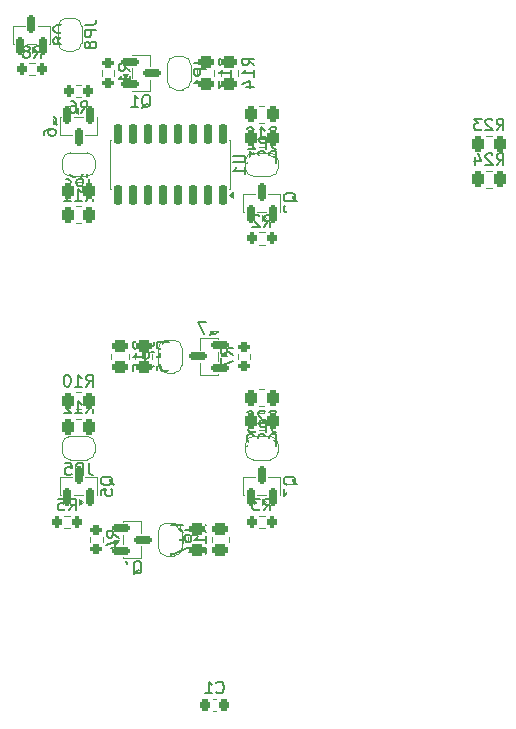
<source format=gbr>
%TF.GenerationSoftware,KiCad,Pcbnew,9.0.6-9.0.6~ubuntu24.04.1*%
%TF.CreationDate,2025-12-08T22:33:50+01:00*%
%TF.ProjectId,7_seg_led_tht_3mm,375f7365-675f-46c6-9564-5f7468745f33,rev?*%
%TF.SameCoordinates,Original*%
%TF.FileFunction,Legend,Bot*%
%TF.FilePolarity,Positive*%
%FSLAX46Y46*%
G04 Gerber Fmt 4.6, Leading zero omitted, Abs format (unit mm)*
G04 Created by KiCad (PCBNEW 9.0.6-9.0.6~ubuntu24.04.1) date 2025-12-08 22:33:50*
%MOMM*%
%LPD*%
G01*
G04 APERTURE LIST*
G04 Aperture macros list*
%AMRoundRect*
0 Rectangle with rounded corners*
0 $1 Rounding radius*
0 $2 $3 $4 $5 $6 $7 $8 $9 X,Y pos of 4 corners*
0 Add a 4 corners polygon primitive as box body*
4,1,4,$2,$3,$4,$5,$6,$7,$8,$9,$2,$3,0*
0 Add four circle primitives for the rounded corners*
1,1,$1+$1,$2,$3*
1,1,$1+$1,$4,$5*
1,1,$1+$1,$6,$7*
1,1,$1+$1,$8,$9*
0 Add four rect primitives between the rounded corners*
20,1,$1+$1,$2,$3,$4,$5,0*
20,1,$1+$1,$4,$5,$6,$7,0*
20,1,$1+$1,$6,$7,$8,$9,0*
20,1,$1+$1,$8,$9,$2,$3,0*%
%AMFreePoly0*
4,1,23,0.500000,-0.750000,0.000000,-0.750000,0.000000,-0.745722,-0.065263,-0.745722,-0.191342,-0.711940,-0.304381,-0.646677,-0.396677,-0.554381,-0.461940,-0.441342,-0.495722,-0.315263,-0.495722,-0.250000,-0.500000,-0.250000,-0.500000,0.250000,-0.495722,0.250000,-0.495722,0.315263,-0.461940,0.441342,-0.396677,0.554381,-0.304381,0.646677,-0.191342,0.711940,-0.065263,0.745722,0.000000,0.745722,
0.000000,0.750000,0.500000,0.750000,0.500000,-0.750000,0.500000,-0.750000,$1*%
%AMFreePoly1*
4,1,23,0.000000,0.745722,0.065263,0.745722,0.191342,0.711940,0.304381,0.646677,0.396677,0.554381,0.461940,0.441342,0.495722,0.315263,0.495722,0.250000,0.500000,0.250000,0.500000,-0.250000,0.495722,-0.250000,0.495722,-0.315263,0.461940,-0.441342,0.396677,-0.554381,0.304381,-0.646677,0.191342,-0.711940,0.065263,-0.745722,0.000000,-0.745722,0.000000,-0.750000,-0.500000,-0.750000,
-0.500000,0.750000,0.000000,0.750000,0.000000,0.745722,0.000000,0.745722,$1*%
G04 Aperture macros list end*
%ADD10C,0.150000*%
%ADD11C,0.120000*%
%ADD12RoundRect,0.250000X0.262500X0.450000X-0.262500X0.450000X-0.262500X-0.450000X0.262500X-0.450000X0*%
%ADD13R,1.800000X1.800000*%
%ADD14C,1.800000*%
%ADD15FreePoly0,90.000000*%
%ADD16FreePoly1,90.000000*%
%ADD17RoundRect,0.250000X-0.262500X-0.450000X0.262500X-0.450000X0.262500X0.450000X-0.262500X0.450000X0*%
%ADD18FreePoly1,270.000000*%
%ADD19FreePoly0,270.000000*%
%ADD20RoundRect,0.250000X-0.450000X0.262500X-0.450000X-0.262500X0.450000X-0.262500X0.450000X0.262500X0*%
%ADD21RoundRect,0.200000X0.200000X0.275000X-0.200000X0.275000X-0.200000X-0.275000X0.200000X-0.275000X0*%
%ADD22RoundRect,0.150000X0.150000X-0.587500X0.150000X0.587500X-0.150000X0.587500X-0.150000X-0.587500X0*%
%ADD23RoundRect,0.150000X-0.587500X-0.150000X0.587500X-0.150000X0.587500X0.150000X-0.587500X0.150000X0*%
%ADD24RoundRect,0.150000X0.150000X-0.725000X0.150000X0.725000X-0.150000X0.725000X-0.150000X-0.725000X0*%
%ADD25RoundRect,0.250000X0.450000X-0.262500X0.450000X0.262500X-0.450000X0.262500X-0.450000X-0.262500X0*%
%ADD26FreePoly1,0.000000*%
%ADD27FreePoly0,0.000000*%
%ADD28RoundRect,0.200000X-0.200000X-0.275000X0.200000X-0.275000X0.200000X0.275000X-0.200000X0.275000X0*%
%ADD29FreePoly1,180.000000*%
%ADD30FreePoly0,180.000000*%
%ADD31RoundRect,0.200000X0.275000X-0.200000X0.275000X0.200000X-0.275000X0.200000X-0.275000X-0.200000X0*%
%ADD32RoundRect,0.225000X0.225000X0.250000X-0.225000X0.250000X-0.225000X-0.250000X0.225000X-0.250000X0*%
%ADD33RoundRect,0.150000X0.587500X0.150000X-0.587500X0.150000X-0.587500X-0.150000X0.587500X-0.150000X0*%
%ADD34RoundRect,0.150000X-0.150000X0.587500X-0.150000X-0.587500X0.150000X-0.587500X0.150000X0.587500X0*%
%ADD35RoundRect,0.200000X-0.275000X0.200000X-0.275000X-0.200000X0.275000X-0.200000X0.275000X0.200000X0*%
G04 APERTURE END LIST*
D10*
X224642857Y-81054819D02*
X224976190Y-80578628D01*
X225214285Y-81054819D02*
X225214285Y-80054819D01*
X225214285Y-80054819D02*
X224833333Y-80054819D01*
X224833333Y-80054819D02*
X224738095Y-80102438D01*
X224738095Y-80102438D02*
X224690476Y-80150057D01*
X224690476Y-80150057D02*
X224642857Y-80245295D01*
X224642857Y-80245295D02*
X224642857Y-80388152D01*
X224642857Y-80388152D02*
X224690476Y-80483390D01*
X224690476Y-80483390D02*
X224738095Y-80531009D01*
X224738095Y-80531009D02*
X224833333Y-80578628D01*
X224833333Y-80578628D02*
X225214285Y-80578628D01*
X224261904Y-80150057D02*
X224214285Y-80102438D01*
X224214285Y-80102438D02*
X224119047Y-80054819D01*
X224119047Y-80054819D02*
X223880952Y-80054819D01*
X223880952Y-80054819D02*
X223785714Y-80102438D01*
X223785714Y-80102438D02*
X223738095Y-80150057D01*
X223738095Y-80150057D02*
X223690476Y-80245295D01*
X223690476Y-80245295D02*
X223690476Y-80340533D01*
X223690476Y-80340533D02*
X223738095Y-80483390D01*
X223738095Y-80483390D02*
X224309523Y-81054819D01*
X224309523Y-81054819D02*
X223690476Y-81054819D01*
X222833333Y-80388152D02*
X222833333Y-81054819D01*
X223071428Y-80007200D02*
X223309523Y-80721485D01*
X223309523Y-80721485D02*
X222690476Y-80721485D01*
X224642857Y-78104819D02*
X224976190Y-77628628D01*
X225214285Y-78104819D02*
X225214285Y-77104819D01*
X225214285Y-77104819D02*
X224833333Y-77104819D01*
X224833333Y-77104819D02*
X224738095Y-77152438D01*
X224738095Y-77152438D02*
X224690476Y-77200057D01*
X224690476Y-77200057D02*
X224642857Y-77295295D01*
X224642857Y-77295295D02*
X224642857Y-77438152D01*
X224642857Y-77438152D02*
X224690476Y-77533390D01*
X224690476Y-77533390D02*
X224738095Y-77581009D01*
X224738095Y-77581009D02*
X224833333Y-77628628D01*
X224833333Y-77628628D02*
X225214285Y-77628628D01*
X224261904Y-77200057D02*
X224214285Y-77152438D01*
X224214285Y-77152438D02*
X224119047Y-77104819D01*
X224119047Y-77104819D02*
X223880952Y-77104819D01*
X223880952Y-77104819D02*
X223785714Y-77152438D01*
X223785714Y-77152438D02*
X223738095Y-77200057D01*
X223738095Y-77200057D02*
X223690476Y-77295295D01*
X223690476Y-77295295D02*
X223690476Y-77390533D01*
X223690476Y-77390533D02*
X223738095Y-77533390D01*
X223738095Y-77533390D02*
X224309523Y-78104819D01*
X224309523Y-78104819D02*
X223690476Y-78104819D01*
X223357142Y-77104819D02*
X222738095Y-77104819D01*
X222738095Y-77104819D02*
X223071428Y-77485771D01*
X223071428Y-77485771D02*
X222928571Y-77485771D01*
X222928571Y-77485771D02*
X222833333Y-77533390D01*
X222833333Y-77533390D02*
X222785714Y-77581009D01*
X222785714Y-77581009D02*
X222738095Y-77676247D01*
X222738095Y-77676247D02*
X222738095Y-77914342D01*
X222738095Y-77914342D02*
X222785714Y-78009580D01*
X222785714Y-78009580D02*
X222833333Y-78057200D01*
X222833333Y-78057200D02*
X222928571Y-78104819D01*
X222928571Y-78104819D02*
X223214285Y-78104819D01*
X223214285Y-78104819D02*
X223309523Y-78057200D01*
X223309523Y-78057200D02*
X223357142Y-78009580D01*
X198254819Y-111916666D02*
X198969104Y-111916666D01*
X198969104Y-111916666D02*
X199111961Y-111869047D01*
X199111961Y-111869047D02*
X199207200Y-111773809D01*
X199207200Y-111773809D02*
X199254819Y-111630952D01*
X199254819Y-111630952D02*
X199254819Y-111535714D01*
X199254819Y-112392857D02*
X198254819Y-112392857D01*
X198254819Y-112392857D02*
X198254819Y-112773809D01*
X198254819Y-112773809D02*
X198302438Y-112869047D01*
X198302438Y-112869047D02*
X198350057Y-112916666D01*
X198350057Y-112916666D02*
X198445295Y-112964285D01*
X198445295Y-112964285D02*
X198588152Y-112964285D01*
X198588152Y-112964285D02*
X198683390Y-112916666D01*
X198683390Y-112916666D02*
X198731009Y-112869047D01*
X198731009Y-112869047D02*
X198778628Y-112773809D01*
X198778628Y-112773809D02*
X198778628Y-112392857D01*
X198588152Y-113821428D02*
X199254819Y-113821428D01*
X198207200Y-113583333D02*
X198921485Y-113345238D01*
X198921485Y-113345238D02*
X198921485Y-113964285D01*
X205392857Y-102854819D02*
X205726190Y-102378628D01*
X205964285Y-102854819D02*
X205964285Y-101854819D01*
X205964285Y-101854819D02*
X205583333Y-101854819D01*
X205583333Y-101854819D02*
X205488095Y-101902438D01*
X205488095Y-101902438D02*
X205440476Y-101950057D01*
X205440476Y-101950057D02*
X205392857Y-102045295D01*
X205392857Y-102045295D02*
X205392857Y-102188152D01*
X205392857Y-102188152D02*
X205440476Y-102283390D01*
X205440476Y-102283390D02*
X205488095Y-102331009D01*
X205488095Y-102331009D02*
X205583333Y-102378628D01*
X205583333Y-102378628D02*
X205964285Y-102378628D01*
X205011904Y-101950057D02*
X204964285Y-101902438D01*
X204964285Y-101902438D02*
X204869047Y-101854819D01*
X204869047Y-101854819D02*
X204630952Y-101854819D01*
X204630952Y-101854819D02*
X204535714Y-101902438D01*
X204535714Y-101902438D02*
X204488095Y-101950057D01*
X204488095Y-101950057D02*
X204440476Y-102045295D01*
X204440476Y-102045295D02*
X204440476Y-102140533D01*
X204440476Y-102140533D02*
X204488095Y-102283390D01*
X204488095Y-102283390D02*
X205059523Y-102854819D01*
X205059523Y-102854819D02*
X204440476Y-102854819D01*
X203821428Y-101854819D02*
X203726190Y-101854819D01*
X203726190Y-101854819D02*
X203630952Y-101902438D01*
X203630952Y-101902438D02*
X203583333Y-101950057D01*
X203583333Y-101950057D02*
X203535714Y-102045295D01*
X203535714Y-102045295D02*
X203488095Y-102235771D01*
X203488095Y-102235771D02*
X203488095Y-102473866D01*
X203488095Y-102473866D02*
X203535714Y-102664342D01*
X203535714Y-102664342D02*
X203583333Y-102759580D01*
X203583333Y-102759580D02*
X203630952Y-102807200D01*
X203630952Y-102807200D02*
X203726190Y-102854819D01*
X203726190Y-102854819D02*
X203821428Y-102854819D01*
X203821428Y-102854819D02*
X203916666Y-102807200D01*
X203916666Y-102807200D02*
X203964285Y-102759580D01*
X203964285Y-102759580D02*
X204011904Y-102664342D01*
X204011904Y-102664342D02*
X204059523Y-102473866D01*
X204059523Y-102473866D02*
X204059523Y-102235771D01*
X204059523Y-102235771D02*
X204011904Y-102045295D01*
X204011904Y-102045295D02*
X203964285Y-101950057D01*
X203964285Y-101950057D02*
X203916666Y-101902438D01*
X203916666Y-101902438D02*
X203821428Y-101854819D01*
X189892857Y-102054819D02*
X190226190Y-101578628D01*
X190464285Y-102054819D02*
X190464285Y-101054819D01*
X190464285Y-101054819D02*
X190083333Y-101054819D01*
X190083333Y-101054819D02*
X189988095Y-101102438D01*
X189988095Y-101102438D02*
X189940476Y-101150057D01*
X189940476Y-101150057D02*
X189892857Y-101245295D01*
X189892857Y-101245295D02*
X189892857Y-101388152D01*
X189892857Y-101388152D02*
X189940476Y-101483390D01*
X189940476Y-101483390D02*
X189988095Y-101531009D01*
X189988095Y-101531009D02*
X190083333Y-101578628D01*
X190083333Y-101578628D02*
X190464285Y-101578628D01*
X188940476Y-102054819D02*
X189511904Y-102054819D01*
X189226190Y-102054819D02*
X189226190Y-101054819D01*
X189226190Y-101054819D02*
X189321428Y-101197676D01*
X189321428Y-101197676D02*
X189416666Y-101292914D01*
X189416666Y-101292914D02*
X189511904Y-101340533D01*
X188559523Y-101150057D02*
X188511904Y-101102438D01*
X188511904Y-101102438D02*
X188416666Y-101054819D01*
X188416666Y-101054819D02*
X188178571Y-101054819D01*
X188178571Y-101054819D02*
X188083333Y-101102438D01*
X188083333Y-101102438D02*
X188035714Y-101150057D01*
X188035714Y-101150057D02*
X187988095Y-101245295D01*
X187988095Y-101245295D02*
X187988095Y-101340533D01*
X187988095Y-101340533D02*
X188035714Y-101483390D01*
X188035714Y-101483390D02*
X188607142Y-102054819D01*
X188607142Y-102054819D02*
X187988095Y-102054819D01*
X194654819Y-96416666D02*
X195369104Y-96416666D01*
X195369104Y-96416666D02*
X195511961Y-96369047D01*
X195511961Y-96369047D02*
X195607200Y-96273809D01*
X195607200Y-96273809D02*
X195654819Y-96130952D01*
X195654819Y-96130952D02*
X195654819Y-96035714D01*
X195654819Y-96892857D02*
X194654819Y-96892857D01*
X194654819Y-96892857D02*
X194654819Y-97273809D01*
X194654819Y-97273809D02*
X194702438Y-97369047D01*
X194702438Y-97369047D02*
X194750057Y-97416666D01*
X194750057Y-97416666D02*
X194845295Y-97464285D01*
X194845295Y-97464285D02*
X194988152Y-97464285D01*
X194988152Y-97464285D02*
X195083390Y-97416666D01*
X195083390Y-97416666D02*
X195131009Y-97369047D01*
X195131009Y-97369047D02*
X195178628Y-97273809D01*
X195178628Y-97273809D02*
X195178628Y-96892857D01*
X194654819Y-97797619D02*
X194654819Y-98464285D01*
X194654819Y-98464285D02*
X195654819Y-98035714D01*
X200054819Y-112107142D02*
X199578628Y-111773809D01*
X200054819Y-111535714D02*
X199054819Y-111535714D01*
X199054819Y-111535714D02*
X199054819Y-111916666D01*
X199054819Y-111916666D02*
X199102438Y-112011904D01*
X199102438Y-112011904D02*
X199150057Y-112059523D01*
X199150057Y-112059523D02*
X199245295Y-112107142D01*
X199245295Y-112107142D02*
X199388152Y-112107142D01*
X199388152Y-112107142D02*
X199483390Y-112059523D01*
X199483390Y-112059523D02*
X199531009Y-112011904D01*
X199531009Y-112011904D02*
X199578628Y-111916666D01*
X199578628Y-111916666D02*
X199578628Y-111535714D01*
X200054819Y-113059523D02*
X200054819Y-112488095D01*
X200054819Y-112773809D02*
X199054819Y-112773809D01*
X199054819Y-112773809D02*
X199197676Y-112678571D01*
X199197676Y-112678571D02*
X199292914Y-112583333D01*
X199292914Y-112583333D02*
X199340533Y-112488095D01*
X199483390Y-113630952D02*
X199435771Y-113535714D01*
X199435771Y-113535714D02*
X199388152Y-113488095D01*
X199388152Y-113488095D02*
X199292914Y-113440476D01*
X199292914Y-113440476D02*
X199245295Y-113440476D01*
X199245295Y-113440476D02*
X199150057Y-113488095D01*
X199150057Y-113488095D02*
X199102438Y-113535714D01*
X199102438Y-113535714D02*
X199054819Y-113630952D01*
X199054819Y-113630952D02*
X199054819Y-113821428D01*
X199054819Y-113821428D02*
X199102438Y-113916666D01*
X199102438Y-113916666D02*
X199150057Y-113964285D01*
X199150057Y-113964285D02*
X199245295Y-114011904D01*
X199245295Y-114011904D02*
X199292914Y-114011904D01*
X199292914Y-114011904D02*
X199388152Y-113964285D01*
X199388152Y-113964285D02*
X199435771Y-113916666D01*
X199435771Y-113916666D02*
X199483390Y-113821428D01*
X199483390Y-113821428D02*
X199483390Y-113630952D01*
X199483390Y-113630952D02*
X199531009Y-113535714D01*
X199531009Y-113535714D02*
X199578628Y-113488095D01*
X199578628Y-113488095D02*
X199673866Y-113440476D01*
X199673866Y-113440476D02*
X199864342Y-113440476D01*
X199864342Y-113440476D02*
X199959580Y-113488095D01*
X199959580Y-113488095D02*
X200007200Y-113535714D01*
X200007200Y-113535714D02*
X200054819Y-113630952D01*
X200054819Y-113630952D02*
X200054819Y-113821428D01*
X200054819Y-113821428D02*
X200007200Y-113916666D01*
X200007200Y-113916666D02*
X199959580Y-113964285D01*
X199959580Y-113964285D02*
X199864342Y-114011904D01*
X199864342Y-114011904D02*
X199673866Y-114011904D01*
X199673866Y-114011904D02*
X199578628Y-113964285D01*
X199578628Y-113964285D02*
X199531009Y-113916666D01*
X199531009Y-113916666D02*
X199483390Y-113821428D01*
X189892857Y-84054819D02*
X190226190Y-83578628D01*
X190464285Y-84054819D02*
X190464285Y-83054819D01*
X190464285Y-83054819D02*
X190083333Y-83054819D01*
X190083333Y-83054819D02*
X189988095Y-83102438D01*
X189988095Y-83102438D02*
X189940476Y-83150057D01*
X189940476Y-83150057D02*
X189892857Y-83245295D01*
X189892857Y-83245295D02*
X189892857Y-83388152D01*
X189892857Y-83388152D02*
X189940476Y-83483390D01*
X189940476Y-83483390D02*
X189988095Y-83531009D01*
X189988095Y-83531009D02*
X190083333Y-83578628D01*
X190083333Y-83578628D02*
X190464285Y-83578628D01*
X188940476Y-84054819D02*
X189511904Y-84054819D01*
X189226190Y-84054819D02*
X189226190Y-83054819D01*
X189226190Y-83054819D02*
X189321428Y-83197676D01*
X189321428Y-83197676D02*
X189416666Y-83292914D01*
X189416666Y-83292914D02*
X189511904Y-83340533D01*
X187988095Y-84054819D02*
X188559523Y-84054819D01*
X188273809Y-84054819D02*
X188273809Y-83054819D01*
X188273809Y-83054819D02*
X188369047Y-83197676D01*
X188369047Y-83197676D02*
X188464285Y-83292914D01*
X188464285Y-83292914D02*
X188559523Y-83340533D01*
X188416666Y-110274819D02*
X188749999Y-109798628D01*
X188988094Y-110274819D02*
X188988094Y-109274819D01*
X188988094Y-109274819D02*
X188607142Y-109274819D01*
X188607142Y-109274819D02*
X188511904Y-109322438D01*
X188511904Y-109322438D02*
X188464285Y-109370057D01*
X188464285Y-109370057D02*
X188416666Y-109465295D01*
X188416666Y-109465295D02*
X188416666Y-109608152D01*
X188416666Y-109608152D02*
X188464285Y-109703390D01*
X188464285Y-109703390D02*
X188511904Y-109751009D01*
X188511904Y-109751009D02*
X188607142Y-109798628D01*
X188607142Y-109798628D02*
X188988094Y-109798628D01*
X187511904Y-109274819D02*
X187988094Y-109274819D01*
X187988094Y-109274819D02*
X188035713Y-109751009D01*
X188035713Y-109751009D02*
X187988094Y-109703390D01*
X187988094Y-109703390D02*
X187892856Y-109655771D01*
X187892856Y-109655771D02*
X187654761Y-109655771D01*
X187654761Y-109655771D02*
X187559523Y-109703390D01*
X187559523Y-109703390D02*
X187511904Y-109751009D01*
X187511904Y-109751009D02*
X187464285Y-109846247D01*
X187464285Y-109846247D02*
X187464285Y-110084342D01*
X187464285Y-110084342D02*
X187511904Y-110179580D01*
X187511904Y-110179580D02*
X187559523Y-110227200D01*
X187559523Y-110227200D02*
X187654761Y-110274819D01*
X187654761Y-110274819D02*
X187892856Y-110274819D01*
X187892856Y-110274819D02*
X187988094Y-110227200D01*
X187988094Y-110227200D02*
X188035713Y-110179580D01*
X188200057Y-69904761D02*
X188152438Y-69809523D01*
X188152438Y-69809523D02*
X188057200Y-69714285D01*
X188057200Y-69714285D02*
X187914342Y-69571428D01*
X187914342Y-69571428D02*
X187866723Y-69476190D01*
X187866723Y-69476190D02*
X187866723Y-69380952D01*
X188104819Y-69428571D02*
X188057200Y-69333333D01*
X188057200Y-69333333D02*
X187961961Y-69238095D01*
X187961961Y-69238095D02*
X187771485Y-69190476D01*
X187771485Y-69190476D02*
X187438152Y-69190476D01*
X187438152Y-69190476D02*
X187247676Y-69238095D01*
X187247676Y-69238095D02*
X187152438Y-69333333D01*
X187152438Y-69333333D02*
X187104819Y-69428571D01*
X187104819Y-69428571D02*
X187104819Y-69619047D01*
X187104819Y-69619047D02*
X187152438Y-69714285D01*
X187152438Y-69714285D02*
X187247676Y-69809523D01*
X187247676Y-69809523D02*
X187438152Y-69857142D01*
X187438152Y-69857142D02*
X187771485Y-69857142D01*
X187771485Y-69857142D02*
X187961961Y-69809523D01*
X187961961Y-69809523D02*
X188057200Y-69714285D01*
X188057200Y-69714285D02*
X188104819Y-69619047D01*
X188104819Y-69619047D02*
X188104819Y-69428571D01*
X187533390Y-70428571D02*
X187485771Y-70333333D01*
X187485771Y-70333333D02*
X187438152Y-70285714D01*
X187438152Y-70285714D02*
X187342914Y-70238095D01*
X187342914Y-70238095D02*
X187295295Y-70238095D01*
X187295295Y-70238095D02*
X187200057Y-70285714D01*
X187200057Y-70285714D02*
X187152438Y-70333333D01*
X187152438Y-70333333D02*
X187104819Y-70428571D01*
X187104819Y-70428571D02*
X187104819Y-70619047D01*
X187104819Y-70619047D02*
X187152438Y-70714285D01*
X187152438Y-70714285D02*
X187200057Y-70761904D01*
X187200057Y-70761904D02*
X187295295Y-70809523D01*
X187295295Y-70809523D02*
X187342914Y-70809523D01*
X187342914Y-70809523D02*
X187438152Y-70761904D01*
X187438152Y-70761904D02*
X187485771Y-70714285D01*
X187485771Y-70714285D02*
X187533390Y-70619047D01*
X187533390Y-70619047D02*
X187533390Y-70428571D01*
X187533390Y-70428571D02*
X187581009Y-70333333D01*
X187581009Y-70333333D02*
X187628628Y-70285714D01*
X187628628Y-70285714D02*
X187723866Y-70238095D01*
X187723866Y-70238095D02*
X187914342Y-70238095D01*
X187914342Y-70238095D02*
X188009580Y-70285714D01*
X188009580Y-70285714D02*
X188057200Y-70333333D01*
X188057200Y-70333333D02*
X188104819Y-70428571D01*
X188104819Y-70428571D02*
X188104819Y-70619047D01*
X188104819Y-70619047D02*
X188057200Y-70714285D01*
X188057200Y-70714285D02*
X188009580Y-70761904D01*
X188009580Y-70761904D02*
X187914342Y-70809523D01*
X187914342Y-70809523D02*
X187723866Y-70809523D01*
X187723866Y-70809523D02*
X187628628Y-70761904D01*
X187628628Y-70761904D02*
X187581009Y-70714285D01*
X187581009Y-70714285D02*
X187533390Y-70619047D01*
X193845238Y-115700057D02*
X193940476Y-115652438D01*
X193940476Y-115652438D02*
X194035714Y-115557200D01*
X194035714Y-115557200D02*
X194178571Y-115414342D01*
X194178571Y-115414342D02*
X194273809Y-115366723D01*
X194273809Y-115366723D02*
X194369047Y-115366723D01*
X194321428Y-115604819D02*
X194416666Y-115557200D01*
X194416666Y-115557200D02*
X194511904Y-115461961D01*
X194511904Y-115461961D02*
X194559523Y-115271485D01*
X194559523Y-115271485D02*
X194559523Y-114938152D01*
X194559523Y-114938152D02*
X194511904Y-114747676D01*
X194511904Y-114747676D02*
X194416666Y-114652438D01*
X194416666Y-114652438D02*
X194321428Y-114604819D01*
X194321428Y-114604819D02*
X194130952Y-114604819D01*
X194130952Y-114604819D02*
X194035714Y-114652438D01*
X194035714Y-114652438D02*
X193940476Y-114747676D01*
X193940476Y-114747676D02*
X193892857Y-114938152D01*
X193892857Y-114938152D02*
X193892857Y-115271485D01*
X193892857Y-115271485D02*
X193940476Y-115461961D01*
X193940476Y-115461961D02*
X194035714Y-115557200D01*
X194035714Y-115557200D02*
X194130952Y-115604819D01*
X194130952Y-115604819D02*
X194321428Y-115604819D01*
X193035714Y-114938152D02*
X193035714Y-115604819D01*
X193273809Y-114557200D02*
X193511904Y-115271485D01*
X193511904Y-115271485D02*
X192892857Y-115271485D01*
X205392857Y-104854819D02*
X205726190Y-104378628D01*
X205964285Y-104854819D02*
X205964285Y-103854819D01*
X205964285Y-103854819D02*
X205583333Y-103854819D01*
X205583333Y-103854819D02*
X205488095Y-103902438D01*
X205488095Y-103902438D02*
X205440476Y-103950057D01*
X205440476Y-103950057D02*
X205392857Y-104045295D01*
X205392857Y-104045295D02*
X205392857Y-104188152D01*
X205392857Y-104188152D02*
X205440476Y-104283390D01*
X205440476Y-104283390D02*
X205488095Y-104331009D01*
X205488095Y-104331009D02*
X205583333Y-104378628D01*
X205583333Y-104378628D02*
X205964285Y-104378628D01*
X205011904Y-103950057D02*
X204964285Y-103902438D01*
X204964285Y-103902438D02*
X204869047Y-103854819D01*
X204869047Y-103854819D02*
X204630952Y-103854819D01*
X204630952Y-103854819D02*
X204535714Y-103902438D01*
X204535714Y-103902438D02*
X204488095Y-103950057D01*
X204488095Y-103950057D02*
X204440476Y-104045295D01*
X204440476Y-104045295D02*
X204440476Y-104140533D01*
X204440476Y-104140533D02*
X204488095Y-104283390D01*
X204488095Y-104283390D02*
X205059523Y-104854819D01*
X205059523Y-104854819D02*
X204440476Y-104854819D01*
X204059523Y-103950057D02*
X204011904Y-103902438D01*
X204011904Y-103902438D02*
X203916666Y-103854819D01*
X203916666Y-103854819D02*
X203678571Y-103854819D01*
X203678571Y-103854819D02*
X203583333Y-103902438D01*
X203583333Y-103902438D02*
X203535714Y-103950057D01*
X203535714Y-103950057D02*
X203488095Y-104045295D01*
X203488095Y-104045295D02*
X203488095Y-104140533D01*
X203488095Y-104140533D02*
X203535714Y-104283390D01*
X203535714Y-104283390D02*
X204107142Y-104854819D01*
X204107142Y-104854819D02*
X203488095Y-104854819D01*
X202354819Y-80238095D02*
X203164342Y-80238095D01*
X203164342Y-80238095D02*
X203259580Y-80285714D01*
X203259580Y-80285714D02*
X203307200Y-80333333D01*
X203307200Y-80333333D02*
X203354819Y-80428571D01*
X203354819Y-80428571D02*
X203354819Y-80619047D01*
X203354819Y-80619047D02*
X203307200Y-80714285D01*
X203307200Y-80714285D02*
X203259580Y-80761904D01*
X203259580Y-80761904D02*
X203164342Y-80809523D01*
X203164342Y-80809523D02*
X202354819Y-80809523D01*
X203354819Y-81809523D02*
X203354819Y-81238095D01*
X203354819Y-81523809D02*
X202354819Y-81523809D01*
X202354819Y-81523809D02*
X202497676Y-81428571D01*
X202497676Y-81428571D02*
X202592914Y-81333333D01*
X202592914Y-81333333D02*
X202640533Y-81238095D01*
X194854819Y-96607142D02*
X194378628Y-96273809D01*
X194854819Y-96035714D02*
X193854819Y-96035714D01*
X193854819Y-96035714D02*
X193854819Y-96416666D01*
X193854819Y-96416666D02*
X193902438Y-96511904D01*
X193902438Y-96511904D02*
X193950057Y-96559523D01*
X193950057Y-96559523D02*
X194045295Y-96607142D01*
X194045295Y-96607142D02*
X194188152Y-96607142D01*
X194188152Y-96607142D02*
X194283390Y-96559523D01*
X194283390Y-96559523D02*
X194331009Y-96511904D01*
X194331009Y-96511904D02*
X194378628Y-96416666D01*
X194378628Y-96416666D02*
X194378628Y-96035714D01*
X194854819Y-97559523D02*
X194854819Y-96988095D01*
X194854819Y-97273809D02*
X193854819Y-97273809D01*
X193854819Y-97273809D02*
X193997676Y-97178571D01*
X193997676Y-97178571D02*
X194092914Y-97083333D01*
X194092914Y-97083333D02*
X194140533Y-96988095D01*
X193854819Y-98464285D02*
X193854819Y-97988095D01*
X193854819Y-97988095D02*
X194331009Y-97940476D01*
X194331009Y-97940476D02*
X194283390Y-97988095D01*
X194283390Y-97988095D02*
X194235771Y-98083333D01*
X194235771Y-98083333D02*
X194235771Y-98321428D01*
X194235771Y-98321428D02*
X194283390Y-98416666D01*
X194283390Y-98416666D02*
X194331009Y-98464285D01*
X194331009Y-98464285D02*
X194426247Y-98511904D01*
X194426247Y-98511904D02*
X194664342Y-98511904D01*
X194664342Y-98511904D02*
X194759580Y-98464285D01*
X194759580Y-98464285D02*
X194807200Y-98416666D01*
X194807200Y-98416666D02*
X194854819Y-98321428D01*
X194854819Y-98321428D02*
X194854819Y-98083333D01*
X194854819Y-98083333D02*
X194807200Y-97988095D01*
X194807200Y-97988095D02*
X194759580Y-97940476D01*
X198054819Y-112107142D02*
X197578628Y-111773809D01*
X198054819Y-111535714D02*
X197054819Y-111535714D01*
X197054819Y-111535714D02*
X197054819Y-111916666D01*
X197054819Y-111916666D02*
X197102438Y-112011904D01*
X197102438Y-112011904D02*
X197150057Y-112059523D01*
X197150057Y-112059523D02*
X197245295Y-112107142D01*
X197245295Y-112107142D02*
X197388152Y-112107142D01*
X197388152Y-112107142D02*
X197483390Y-112059523D01*
X197483390Y-112059523D02*
X197531009Y-112011904D01*
X197531009Y-112011904D02*
X197578628Y-111916666D01*
X197578628Y-111916666D02*
X197578628Y-111535714D01*
X198054819Y-113059523D02*
X198054819Y-112488095D01*
X198054819Y-112773809D02*
X197054819Y-112773809D01*
X197054819Y-112773809D02*
X197197676Y-112678571D01*
X197197676Y-112678571D02*
X197292914Y-112583333D01*
X197292914Y-112583333D02*
X197340533Y-112488095D01*
X197054819Y-113392857D02*
X197054819Y-114059523D01*
X197054819Y-114059523D02*
X198054819Y-113630952D01*
X192200057Y-108154761D02*
X192152438Y-108059523D01*
X192152438Y-108059523D02*
X192057200Y-107964285D01*
X192057200Y-107964285D02*
X191914342Y-107821428D01*
X191914342Y-107821428D02*
X191866723Y-107726190D01*
X191866723Y-107726190D02*
X191866723Y-107630952D01*
X192104819Y-107678571D02*
X192057200Y-107583333D01*
X192057200Y-107583333D02*
X191961961Y-107488095D01*
X191961961Y-107488095D02*
X191771485Y-107440476D01*
X191771485Y-107440476D02*
X191438152Y-107440476D01*
X191438152Y-107440476D02*
X191247676Y-107488095D01*
X191247676Y-107488095D02*
X191152438Y-107583333D01*
X191152438Y-107583333D02*
X191104819Y-107678571D01*
X191104819Y-107678571D02*
X191104819Y-107869047D01*
X191104819Y-107869047D02*
X191152438Y-107964285D01*
X191152438Y-107964285D02*
X191247676Y-108059523D01*
X191247676Y-108059523D02*
X191438152Y-108107142D01*
X191438152Y-108107142D02*
X191771485Y-108107142D01*
X191771485Y-108107142D02*
X191961961Y-108059523D01*
X191961961Y-108059523D02*
X192057200Y-107964285D01*
X192057200Y-107964285D02*
X192104819Y-107869047D01*
X192104819Y-107869047D02*
X192104819Y-107678571D01*
X191104819Y-109011904D02*
X191104819Y-108535714D01*
X191104819Y-108535714D02*
X191581009Y-108488095D01*
X191581009Y-108488095D02*
X191533390Y-108535714D01*
X191533390Y-108535714D02*
X191485771Y-108630952D01*
X191485771Y-108630952D02*
X191485771Y-108869047D01*
X191485771Y-108869047D02*
X191533390Y-108964285D01*
X191533390Y-108964285D02*
X191581009Y-109011904D01*
X191581009Y-109011904D02*
X191676247Y-109059523D01*
X191676247Y-109059523D02*
X191914342Y-109059523D01*
X191914342Y-109059523D02*
X192009580Y-109011904D01*
X192009580Y-109011904D02*
X192057200Y-108964285D01*
X192057200Y-108964285D02*
X192104819Y-108869047D01*
X192104819Y-108869047D02*
X192104819Y-108630952D01*
X192104819Y-108630952D02*
X192057200Y-108535714D01*
X192057200Y-108535714D02*
X192009580Y-108488095D01*
X190083333Y-82254819D02*
X190083333Y-82969104D01*
X190083333Y-82969104D02*
X190130952Y-83111961D01*
X190130952Y-83111961D02*
X190226190Y-83207200D01*
X190226190Y-83207200D02*
X190369047Y-83254819D01*
X190369047Y-83254819D02*
X190464285Y-83254819D01*
X189607142Y-83254819D02*
X189607142Y-82254819D01*
X189607142Y-82254819D02*
X189226190Y-82254819D01*
X189226190Y-82254819D02*
X189130952Y-82302438D01*
X189130952Y-82302438D02*
X189083333Y-82350057D01*
X189083333Y-82350057D02*
X189035714Y-82445295D01*
X189035714Y-82445295D02*
X189035714Y-82588152D01*
X189035714Y-82588152D02*
X189083333Y-82683390D01*
X189083333Y-82683390D02*
X189130952Y-82731009D01*
X189130952Y-82731009D02*
X189226190Y-82778628D01*
X189226190Y-82778628D02*
X189607142Y-82778628D01*
X188178571Y-82254819D02*
X188369047Y-82254819D01*
X188369047Y-82254819D02*
X188464285Y-82302438D01*
X188464285Y-82302438D02*
X188511904Y-82350057D01*
X188511904Y-82350057D02*
X188607142Y-82492914D01*
X188607142Y-82492914D02*
X188654761Y-82683390D01*
X188654761Y-82683390D02*
X188654761Y-83064342D01*
X188654761Y-83064342D02*
X188607142Y-83159580D01*
X188607142Y-83159580D02*
X188559523Y-83207200D01*
X188559523Y-83207200D02*
X188464285Y-83254819D01*
X188464285Y-83254819D02*
X188273809Y-83254819D01*
X188273809Y-83254819D02*
X188178571Y-83207200D01*
X188178571Y-83207200D02*
X188130952Y-83159580D01*
X188130952Y-83159580D02*
X188083333Y-83064342D01*
X188083333Y-83064342D02*
X188083333Y-82826247D01*
X188083333Y-82826247D02*
X188130952Y-82731009D01*
X188130952Y-82731009D02*
X188178571Y-82683390D01*
X188178571Y-82683390D02*
X188273809Y-82635771D01*
X188273809Y-82635771D02*
X188464285Y-82635771D01*
X188464285Y-82635771D02*
X188559523Y-82683390D01*
X188559523Y-82683390D02*
X188607142Y-82731009D01*
X188607142Y-82731009D02*
X188654761Y-82826247D01*
X189416666Y-76634819D02*
X189749999Y-76158628D01*
X189988094Y-76634819D02*
X189988094Y-75634819D01*
X189988094Y-75634819D02*
X189607142Y-75634819D01*
X189607142Y-75634819D02*
X189511904Y-75682438D01*
X189511904Y-75682438D02*
X189464285Y-75730057D01*
X189464285Y-75730057D02*
X189416666Y-75825295D01*
X189416666Y-75825295D02*
X189416666Y-75968152D01*
X189416666Y-75968152D02*
X189464285Y-76063390D01*
X189464285Y-76063390D02*
X189511904Y-76111009D01*
X189511904Y-76111009D02*
X189607142Y-76158628D01*
X189607142Y-76158628D02*
X189988094Y-76158628D01*
X188559523Y-75634819D02*
X188749999Y-75634819D01*
X188749999Y-75634819D02*
X188845237Y-75682438D01*
X188845237Y-75682438D02*
X188892856Y-75730057D01*
X188892856Y-75730057D02*
X188988094Y-75872914D01*
X188988094Y-75872914D02*
X189035713Y-76063390D01*
X189035713Y-76063390D02*
X189035713Y-76444342D01*
X189035713Y-76444342D02*
X188988094Y-76539580D01*
X188988094Y-76539580D02*
X188940475Y-76587200D01*
X188940475Y-76587200D02*
X188845237Y-76634819D01*
X188845237Y-76634819D02*
X188654761Y-76634819D01*
X188654761Y-76634819D02*
X188559523Y-76587200D01*
X188559523Y-76587200D02*
X188511904Y-76539580D01*
X188511904Y-76539580D02*
X188464285Y-76444342D01*
X188464285Y-76444342D02*
X188464285Y-76206247D01*
X188464285Y-76206247D02*
X188511904Y-76111009D01*
X188511904Y-76111009D02*
X188559523Y-76063390D01*
X188559523Y-76063390D02*
X188654761Y-76015771D01*
X188654761Y-76015771D02*
X188845237Y-76015771D01*
X188845237Y-76015771D02*
X188940475Y-76063390D01*
X188940475Y-76063390D02*
X188988094Y-76111009D01*
X188988094Y-76111009D02*
X189035713Y-76206247D01*
X196854819Y-96607142D02*
X196378628Y-96273809D01*
X196854819Y-96035714D02*
X195854819Y-96035714D01*
X195854819Y-96035714D02*
X195854819Y-96416666D01*
X195854819Y-96416666D02*
X195902438Y-96511904D01*
X195902438Y-96511904D02*
X195950057Y-96559523D01*
X195950057Y-96559523D02*
X196045295Y-96607142D01*
X196045295Y-96607142D02*
X196188152Y-96607142D01*
X196188152Y-96607142D02*
X196283390Y-96559523D01*
X196283390Y-96559523D02*
X196331009Y-96511904D01*
X196331009Y-96511904D02*
X196378628Y-96416666D01*
X196378628Y-96416666D02*
X196378628Y-96035714D01*
X196854819Y-97559523D02*
X196854819Y-96988095D01*
X196854819Y-97273809D02*
X195854819Y-97273809D01*
X195854819Y-97273809D02*
X195997676Y-97178571D01*
X195997676Y-97178571D02*
X196092914Y-97083333D01*
X196092914Y-97083333D02*
X196140533Y-96988095D01*
X195854819Y-98416666D02*
X195854819Y-98226190D01*
X195854819Y-98226190D02*
X195902438Y-98130952D01*
X195902438Y-98130952D02*
X195950057Y-98083333D01*
X195950057Y-98083333D02*
X196092914Y-97988095D01*
X196092914Y-97988095D02*
X196283390Y-97940476D01*
X196283390Y-97940476D02*
X196664342Y-97940476D01*
X196664342Y-97940476D02*
X196759580Y-97988095D01*
X196759580Y-97988095D02*
X196807200Y-98035714D01*
X196807200Y-98035714D02*
X196854819Y-98130952D01*
X196854819Y-98130952D02*
X196854819Y-98321428D01*
X196854819Y-98321428D02*
X196807200Y-98416666D01*
X196807200Y-98416666D02*
X196759580Y-98464285D01*
X196759580Y-98464285D02*
X196664342Y-98511904D01*
X196664342Y-98511904D02*
X196426247Y-98511904D01*
X196426247Y-98511904D02*
X196331009Y-98464285D01*
X196331009Y-98464285D02*
X196283390Y-98416666D01*
X196283390Y-98416666D02*
X196235771Y-98321428D01*
X196235771Y-98321428D02*
X196235771Y-98130952D01*
X196235771Y-98130952D02*
X196283390Y-98035714D01*
X196283390Y-98035714D02*
X196331009Y-97988095D01*
X196331009Y-97988095D02*
X196426247Y-97940476D01*
X204916666Y-86274819D02*
X205249999Y-85798628D01*
X205488094Y-86274819D02*
X205488094Y-85274819D01*
X205488094Y-85274819D02*
X205107142Y-85274819D01*
X205107142Y-85274819D02*
X205011904Y-85322438D01*
X205011904Y-85322438D02*
X204964285Y-85370057D01*
X204964285Y-85370057D02*
X204916666Y-85465295D01*
X204916666Y-85465295D02*
X204916666Y-85608152D01*
X204916666Y-85608152D02*
X204964285Y-85703390D01*
X204964285Y-85703390D02*
X205011904Y-85751009D01*
X205011904Y-85751009D02*
X205107142Y-85798628D01*
X205107142Y-85798628D02*
X205488094Y-85798628D01*
X204535713Y-85370057D02*
X204488094Y-85322438D01*
X204488094Y-85322438D02*
X204392856Y-85274819D01*
X204392856Y-85274819D02*
X204154761Y-85274819D01*
X204154761Y-85274819D02*
X204059523Y-85322438D01*
X204059523Y-85322438D02*
X204011904Y-85370057D01*
X204011904Y-85370057D02*
X203964285Y-85465295D01*
X203964285Y-85465295D02*
X203964285Y-85560533D01*
X203964285Y-85560533D02*
X204011904Y-85703390D01*
X204011904Y-85703390D02*
X204583332Y-86274819D01*
X204583332Y-86274819D02*
X203964285Y-86274819D01*
X205583333Y-102654819D02*
X205583333Y-103369104D01*
X205583333Y-103369104D02*
X205630952Y-103511961D01*
X205630952Y-103511961D02*
X205726190Y-103607200D01*
X205726190Y-103607200D02*
X205869047Y-103654819D01*
X205869047Y-103654819D02*
X205964285Y-103654819D01*
X205107142Y-103654819D02*
X205107142Y-102654819D01*
X205107142Y-102654819D02*
X204726190Y-102654819D01*
X204726190Y-102654819D02*
X204630952Y-102702438D01*
X204630952Y-102702438D02*
X204583333Y-102750057D01*
X204583333Y-102750057D02*
X204535714Y-102845295D01*
X204535714Y-102845295D02*
X204535714Y-102988152D01*
X204535714Y-102988152D02*
X204583333Y-103083390D01*
X204583333Y-103083390D02*
X204630952Y-103131009D01*
X204630952Y-103131009D02*
X204726190Y-103178628D01*
X204726190Y-103178628D02*
X205107142Y-103178628D01*
X204202380Y-102654819D02*
X203583333Y-102654819D01*
X203583333Y-102654819D02*
X203916666Y-103035771D01*
X203916666Y-103035771D02*
X203773809Y-103035771D01*
X203773809Y-103035771D02*
X203678571Y-103083390D01*
X203678571Y-103083390D02*
X203630952Y-103131009D01*
X203630952Y-103131009D02*
X203583333Y-103226247D01*
X203583333Y-103226247D02*
X203583333Y-103464342D01*
X203583333Y-103464342D02*
X203630952Y-103559580D01*
X203630952Y-103559580D02*
X203678571Y-103607200D01*
X203678571Y-103607200D02*
X203773809Y-103654819D01*
X203773809Y-103654819D02*
X204059523Y-103654819D01*
X204059523Y-103654819D02*
X204154761Y-103607200D01*
X204154761Y-103607200D02*
X204202380Y-103559580D01*
X192634819Y-112583333D02*
X192158628Y-112250000D01*
X192634819Y-112011905D02*
X191634819Y-112011905D01*
X191634819Y-112011905D02*
X191634819Y-112392857D01*
X191634819Y-112392857D02*
X191682438Y-112488095D01*
X191682438Y-112488095D02*
X191730057Y-112535714D01*
X191730057Y-112535714D02*
X191825295Y-112583333D01*
X191825295Y-112583333D02*
X191968152Y-112583333D01*
X191968152Y-112583333D02*
X192063390Y-112535714D01*
X192063390Y-112535714D02*
X192111009Y-112488095D01*
X192111009Y-112488095D02*
X192158628Y-112392857D01*
X192158628Y-112392857D02*
X192158628Y-112011905D01*
X191968152Y-113440476D02*
X192634819Y-113440476D01*
X191587200Y-113202381D02*
X192301485Y-112964286D01*
X192301485Y-112964286D02*
X192301485Y-113583333D01*
X204916666Y-110274819D02*
X205249999Y-109798628D01*
X205488094Y-110274819D02*
X205488094Y-109274819D01*
X205488094Y-109274819D02*
X205107142Y-109274819D01*
X205107142Y-109274819D02*
X205011904Y-109322438D01*
X205011904Y-109322438D02*
X204964285Y-109370057D01*
X204964285Y-109370057D02*
X204916666Y-109465295D01*
X204916666Y-109465295D02*
X204916666Y-109608152D01*
X204916666Y-109608152D02*
X204964285Y-109703390D01*
X204964285Y-109703390D02*
X205011904Y-109751009D01*
X205011904Y-109751009D02*
X205107142Y-109798628D01*
X205107142Y-109798628D02*
X205488094Y-109798628D01*
X204583332Y-109274819D02*
X203964285Y-109274819D01*
X203964285Y-109274819D02*
X204297618Y-109655771D01*
X204297618Y-109655771D02*
X204154761Y-109655771D01*
X204154761Y-109655771D02*
X204059523Y-109703390D01*
X204059523Y-109703390D02*
X204011904Y-109751009D01*
X204011904Y-109751009D02*
X203964285Y-109846247D01*
X203964285Y-109846247D02*
X203964285Y-110084342D01*
X203964285Y-110084342D02*
X204011904Y-110179580D01*
X204011904Y-110179580D02*
X204059523Y-110227200D01*
X204059523Y-110227200D02*
X204154761Y-110274819D01*
X204154761Y-110274819D02*
X204440475Y-110274819D01*
X204440475Y-110274819D02*
X204535713Y-110227200D01*
X204535713Y-110227200D02*
X204583332Y-110179580D01*
X207700057Y-84154761D02*
X207652438Y-84059523D01*
X207652438Y-84059523D02*
X207557200Y-83964285D01*
X207557200Y-83964285D02*
X207414342Y-83821428D01*
X207414342Y-83821428D02*
X207366723Y-83726190D01*
X207366723Y-83726190D02*
X207366723Y-83630952D01*
X207604819Y-83678571D02*
X207557200Y-83583333D01*
X207557200Y-83583333D02*
X207461961Y-83488095D01*
X207461961Y-83488095D02*
X207271485Y-83440476D01*
X207271485Y-83440476D02*
X206938152Y-83440476D01*
X206938152Y-83440476D02*
X206747676Y-83488095D01*
X206747676Y-83488095D02*
X206652438Y-83583333D01*
X206652438Y-83583333D02*
X206604819Y-83678571D01*
X206604819Y-83678571D02*
X206604819Y-83869047D01*
X206604819Y-83869047D02*
X206652438Y-83964285D01*
X206652438Y-83964285D02*
X206747676Y-84059523D01*
X206747676Y-84059523D02*
X206938152Y-84107142D01*
X206938152Y-84107142D02*
X207271485Y-84107142D01*
X207271485Y-84107142D02*
X207461961Y-84059523D01*
X207461961Y-84059523D02*
X207557200Y-83964285D01*
X207557200Y-83964285D02*
X207604819Y-83869047D01*
X207604819Y-83869047D02*
X207604819Y-83678571D01*
X206700057Y-84488095D02*
X206652438Y-84535714D01*
X206652438Y-84535714D02*
X206604819Y-84630952D01*
X206604819Y-84630952D02*
X206604819Y-84869047D01*
X206604819Y-84869047D02*
X206652438Y-84964285D01*
X206652438Y-84964285D02*
X206700057Y-85011904D01*
X206700057Y-85011904D02*
X206795295Y-85059523D01*
X206795295Y-85059523D02*
X206890533Y-85059523D01*
X206890533Y-85059523D02*
X207033390Y-85011904D01*
X207033390Y-85011904D02*
X207604819Y-84440476D01*
X207604819Y-84440476D02*
X207604819Y-85059523D01*
X189892857Y-99804819D02*
X190226190Y-99328628D01*
X190464285Y-99804819D02*
X190464285Y-98804819D01*
X190464285Y-98804819D02*
X190083333Y-98804819D01*
X190083333Y-98804819D02*
X189988095Y-98852438D01*
X189988095Y-98852438D02*
X189940476Y-98900057D01*
X189940476Y-98900057D02*
X189892857Y-98995295D01*
X189892857Y-98995295D02*
X189892857Y-99138152D01*
X189892857Y-99138152D02*
X189940476Y-99233390D01*
X189940476Y-99233390D02*
X189988095Y-99281009D01*
X189988095Y-99281009D02*
X190083333Y-99328628D01*
X190083333Y-99328628D02*
X190464285Y-99328628D01*
X188940476Y-99804819D02*
X189511904Y-99804819D01*
X189226190Y-99804819D02*
X189226190Y-98804819D01*
X189226190Y-98804819D02*
X189321428Y-98947676D01*
X189321428Y-98947676D02*
X189416666Y-99042914D01*
X189416666Y-99042914D02*
X189511904Y-99090533D01*
X188321428Y-98804819D02*
X188226190Y-98804819D01*
X188226190Y-98804819D02*
X188130952Y-98852438D01*
X188130952Y-98852438D02*
X188083333Y-98900057D01*
X188083333Y-98900057D02*
X188035714Y-98995295D01*
X188035714Y-98995295D02*
X187988095Y-99185771D01*
X187988095Y-99185771D02*
X187988095Y-99423866D01*
X187988095Y-99423866D02*
X188035714Y-99614342D01*
X188035714Y-99614342D02*
X188083333Y-99709580D01*
X188083333Y-99709580D02*
X188130952Y-99757200D01*
X188130952Y-99757200D02*
X188226190Y-99804819D01*
X188226190Y-99804819D02*
X188321428Y-99804819D01*
X188321428Y-99804819D02*
X188416666Y-99757200D01*
X188416666Y-99757200D02*
X188464285Y-99709580D01*
X188464285Y-99709580D02*
X188511904Y-99614342D01*
X188511904Y-99614342D02*
X188559523Y-99423866D01*
X188559523Y-99423866D02*
X188559523Y-99185771D01*
X188559523Y-99185771D02*
X188511904Y-98995295D01*
X188511904Y-98995295D02*
X188464285Y-98900057D01*
X188464285Y-98900057D02*
X188416666Y-98852438D01*
X188416666Y-98852438D02*
X188321428Y-98804819D01*
X190083333Y-106254819D02*
X190083333Y-106969104D01*
X190083333Y-106969104D02*
X190130952Y-107111961D01*
X190130952Y-107111961D02*
X190226190Y-107207200D01*
X190226190Y-107207200D02*
X190369047Y-107254819D01*
X190369047Y-107254819D02*
X190464285Y-107254819D01*
X189607142Y-107254819D02*
X189607142Y-106254819D01*
X189607142Y-106254819D02*
X189226190Y-106254819D01*
X189226190Y-106254819D02*
X189130952Y-106302438D01*
X189130952Y-106302438D02*
X189083333Y-106350057D01*
X189083333Y-106350057D02*
X189035714Y-106445295D01*
X189035714Y-106445295D02*
X189035714Y-106588152D01*
X189035714Y-106588152D02*
X189083333Y-106683390D01*
X189083333Y-106683390D02*
X189130952Y-106731009D01*
X189130952Y-106731009D02*
X189226190Y-106778628D01*
X189226190Y-106778628D02*
X189607142Y-106778628D01*
X188130952Y-106254819D02*
X188607142Y-106254819D01*
X188607142Y-106254819D02*
X188654761Y-106731009D01*
X188654761Y-106731009D02*
X188607142Y-106683390D01*
X188607142Y-106683390D02*
X188511904Y-106635771D01*
X188511904Y-106635771D02*
X188273809Y-106635771D01*
X188273809Y-106635771D02*
X188178571Y-106683390D01*
X188178571Y-106683390D02*
X188130952Y-106731009D01*
X188130952Y-106731009D02*
X188083333Y-106826247D01*
X188083333Y-106826247D02*
X188083333Y-107064342D01*
X188083333Y-107064342D02*
X188130952Y-107159580D01*
X188130952Y-107159580D02*
X188178571Y-107207200D01*
X188178571Y-107207200D02*
X188273809Y-107254819D01*
X188273809Y-107254819D02*
X188511904Y-107254819D01*
X188511904Y-107254819D02*
X188607142Y-107207200D01*
X188607142Y-107207200D02*
X188654761Y-107159580D01*
X189754819Y-69166666D02*
X190469104Y-69166666D01*
X190469104Y-69166666D02*
X190611961Y-69119047D01*
X190611961Y-69119047D02*
X190707200Y-69023809D01*
X190707200Y-69023809D02*
X190754819Y-68880952D01*
X190754819Y-68880952D02*
X190754819Y-68785714D01*
X190754819Y-69642857D02*
X189754819Y-69642857D01*
X189754819Y-69642857D02*
X189754819Y-70023809D01*
X189754819Y-70023809D02*
X189802438Y-70119047D01*
X189802438Y-70119047D02*
X189850057Y-70166666D01*
X189850057Y-70166666D02*
X189945295Y-70214285D01*
X189945295Y-70214285D02*
X190088152Y-70214285D01*
X190088152Y-70214285D02*
X190183390Y-70166666D01*
X190183390Y-70166666D02*
X190231009Y-70119047D01*
X190231009Y-70119047D02*
X190278628Y-70023809D01*
X190278628Y-70023809D02*
X190278628Y-69642857D01*
X190183390Y-70785714D02*
X190135771Y-70690476D01*
X190135771Y-70690476D02*
X190088152Y-70642857D01*
X190088152Y-70642857D02*
X189992914Y-70595238D01*
X189992914Y-70595238D02*
X189945295Y-70595238D01*
X189945295Y-70595238D02*
X189850057Y-70642857D01*
X189850057Y-70642857D02*
X189802438Y-70690476D01*
X189802438Y-70690476D02*
X189754819Y-70785714D01*
X189754819Y-70785714D02*
X189754819Y-70976190D01*
X189754819Y-70976190D02*
X189802438Y-71071428D01*
X189802438Y-71071428D02*
X189850057Y-71119047D01*
X189850057Y-71119047D02*
X189945295Y-71166666D01*
X189945295Y-71166666D02*
X189992914Y-71166666D01*
X189992914Y-71166666D02*
X190088152Y-71119047D01*
X190088152Y-71119047D02*
X190135771Y-71071428D01*
X190135771Y-71071428D02*
X190183390Y-70976190D01*
X190183390Y-70976190D02*
X190183390Y-70785714D01*
X190183390Y-70785714D02*
X190231009Y-70690476D01*
X190231009Y-70690476D02*
X190278628Y-70642857D01*
X190278628Y-70642857D02*
X190373866Y-70595238D01*
X190373866Y-70595238D02*
X190564342Y-70595238D01*
X190564342Y-70595238D02*
X190659580Y-70642857D01*
X190659580Y-70642857D02*
X190707200Y-70690476D01*
X190707200Y-70690476D02*
X190754819Y-70785714D01*
X190754819Y-70785714D02*
X190754819Y-70976190D01*
X190754819Y-70976190D02*
X190707200Y-71071428D01*
X190707200Y-71071428D02*
X190659580Y-71119047D01*
X190659580Y-71119047D02*
X190564342Y-71166666D01*
X190564342Y-71166666D02*
X190373866Y-71166666D01*
X190373866Y-71166666D02*
X190278628Y-71119047D01*
X190278628Y-71119047D02*
X190231009Y-71071428D01*
X190231009Y-71071428D02*
X190183390Y-70976190D01*
X200916666Y-125679580D02*
X200964285Y-125727200D01*
X200964285Y-125727200D02*
X201107142Y-125774819D01*
X201107142Y-125774819D02*
X201202380Y-125774819D01*
X201202380Y-125774819D02*
X201345237Y-125727200D01*
X201345237Y-125727200D02*
X201440475Y-125631961D01*
X201440475Y-125631961D02*
X201488094Y-125536723D01*
X201488094Y-125536723D02*
X201535713Y-125346247D01*
X201535713Y-125346247D02*
X201535713Y-125203390D01*
X201535713Y-125203390D02*
X201488094Y-125012914D01*
X201488094Y-125012914D02*
X201440475Y-124917676D01*
X201440475Y-124917676D02*
X201345237Y-124822438D01*
X201345237Y-124822438D02*
X201202380Y-124774819D01*
X201202380Y-124774819D02*
X201107142Y-124774819D01*
X201107142Y-124774819D02*
X200964285Y-124822438D01*
X200964285Y-124822438D02*
X200916666Y-124870057D01*
X199964285Y-125774819D02*
X200535713Y-125774819D01*
X200249999Y-125774819D02*
X200249999Y-124774819D01*
X200249999Y-124774819D02*
X200345237Y-124917676D01*
X200345237Y-124917676D02*
X200440475Y-125012914D01*
X200440475Y-125012914D02*
X200535713Y-125060533D01*
X207700057Y-108154761D02*
X207652438Y-108059523D01*
X207652438Y-108059523D02*
X207557200Y-107964285D01*
X207557200Y-107964285D02*
X207414342Y-107821428D01*
X207414342Y-107821428D02*
X207366723Y-107726190D01*
X207366723Y-107726190D02*
X207366723Y-107630952D01*
X207604819Y-107678571D02*
X207557200Y-107583333D01*
X207557200Y-107583333D02*
X207461961Y-107488095D01*
X207461961Y-107488095D02*
X207271485Y-107440476D01*
X207271485Y-107440476D02*
X206938152Y-107440476D01*
X206938152Y-107440476D02*
X206747676Y-107488095D01*
X206747676Y-107488095D02*
X206652438Y-107583333D01*
X206652438Y-107583333D02*
X206604819Y-107678571D01*
X206604819Y-107678571D02*
X206604819Y-107869047D01*
X206604819Y-107869047D02*
X206652438Y-107964285D01*
X206652438Y-107964285D02*
X206747676Y-108059523D01*
X206747676Y-108059523D02*
X206938152Y-108107142D01*
X206938152Y-108107142D02*
X207271485Y-108107142D01*
X207271485Y-108107142D02*
X207461961Y-108059523D01*
X207461961Y-108059523D02*
X207557200Y-107964285D01*
X207557200Y-107964285D02*
X207604819Y-107869047D01*
X207604819Y-107869047D02*
X207604819Y-107678571D01*
X206604819Y-108440476D02*
X206604819Y-109059523D01*
X206604819Y-109059523D02*
X206985771Y-108726190D01*
X206985771Y-108726190D02*
X206985771Y-108869047D01*
X206985771Y-108869047D02*
X207033390Y-108964285D01*
X207033390Y-108964285D02*
X207081009Y-109011904D01*
X207081009Y-109011904D02*
X207176247Y-109059523D01*
X207176247Y-109059523D02*
X207414342Y-109059523D01*
X207414342Y-109059523D02*
X207509580Y-109011904D01*
X207509580Y-109011904D02*
X207557200Y-108964285D01*
X207557200Y-108964285D02*
X207604819Y-108869047D01*
X207604819Y-108869047D02*
X207604819Y-108583333D01*
X207604819Y-108583333D02*
X207557200Y-108488095D01*
X207557200Y-108488095D02*
X207509580Y-108440476D01*
X200345238Y-95400057D02*
X200440476Y-95352438D01*
X200440476Y-95352438D02*
X200535714Y-95257200D01*
X200535714Y-95257200D02*
X200678571Y-95114342D01*
X200678571Y-95114342D02*
X200773809Y-95066723D01*
X200773809Y-95066723D02*
X200869047Y-95066723D01*
X200821428Y-95304819D02*
X200916666Y-95257200D01*
X200916666Y-95257200D02*
X201011904Y-95161961D01*
X201011904Y-95161961D02*
X201059523Y-94971485D01*
X201059523Y-94971485D02*
X201059523Y-94638152D01*
X201059523Y-94638152D02*
X201011904Y-94447676D01*
X201011904Y-94447676D02*
X200916666Y-94352438D01*
X200916666Y-94352438D02*
X200821428Y-94304819D01*
X200821428Y-94304819D02*
X200630952Y-94304819D01*
X200630952Y-94304819D02*
X200535714Y-94352438D01*
X200535714Y-94352438D02*
X200440476Y-94447676D01*
X200440476Y-94447676D02*
X200392857Y-94638152D01*
X200392857Y-94638152D02*
X200392857Y-94971485D01*
X200392857Y-94971485D02*
X200440476Y-95161961D01*
X200440476Y-95161961D02*
X200535714Y-95257200D01*
X200535714Y-95257200D02*
X200630952Y-95304819D01*
X200630952Y-95304819D02*
X200821428Y-95304819D01*
X200059523Y-94304819D02*
X199392857Y-94304819D01*
X199392857Y-94304819D02*
X199821428Y-95304819D01*
X205583333Y-78654819D02*
X205583333Y-79369104D01*
X205583333Y-79369104D02*
X205630952Y-79511961D01*
X205630952Y-79511961D02*
X205726190Y-79607200D01*
X205726190Y-79607200D02*
X205869047Y-79654819D01*
X205869047Y-79654819D02*
X205964285Y-79654819D01*
X205107142Y-79654819D02*
X205107142Y-78654819D01*
X205107142Y-78654819D02*
X204726190Y-78654819D01*
X204726190Y-78654819D02*
X204630952Y-78702438D01*
X204630952Y-78702438D02*
X204583333Y-78750057D01*
X204583333Y-78750057D02*
X204535714Y-78845295D01*
X204535714Y-78845295D02*
X204535714Y-78988152D01*
X204535714Y-78988152D02*
X204583333Y-79083390D01*
X204583333Y-79083390D02*
X204630952Y-79131009D01*
X204630952Y-79131009D02*
X204726190Y-79178628D01*
X204726190Y-79178628D02*
X205107142Y-79178628D01*
X204154761Y-78750057D02*
X204107142Y-78702438D01*
X204107142Y-78702438D02*
X204011904Y-78654819D01*
X204011904Y-78654819D02*
X203773809Y-78654819D01*
X203773809Y-78654819D02*
X203678571Y-78702438D01*
X203678571Y-78702438D02*
X203630952Y-78750057D01*
X203630952Y-78750057D02*
X203583333Y-78845295D01*
X203583333Y-78845295D02*
X203583333Y-78940533D01*
X203583333Y-78940533D02*
X203630952Y-79083390D01*
X203630952Y-79083390D02*
X204202380Y-79654819D01*
X204202380Y-79654819D02*
X203583333Y-79654819D01*
X187400057Y-77654761D02*
X187352438Y-77559523D01*
X187352438Y-77559523D02*
X187257200Y-77464285D01*
X187257200Y-77464285D02*
X187114342Y-77321428D01*
X187114342Y-77321428D02*
X187066723Y-77226190D01*
X187066723Y-77226190D02*
X187066723Y-77130952D01*
X187304819Y-77178571D02*
X187257200Y-77083333D01*
X187257200Y-77083333D02*
X187161961Y-76988095D01*
X187161961Y-76988095D02*
X186971485Y-76940476D01*
X186971485Y-76940476D02*
X186638152Y-76940476D01*
X186638152Y-76940476D02*
X186447676Y-76988095D01*
X186447676Y-76988095D02*
X186352438Y-77083333D01*
X186352438Y-77083333D02*
X186304819Y-77178571D01*
X186304819Y-77178571D02*
X186304819Y-77369047D01*
X186304819Y-77369047D02*
X186352438Y-77464285D01*
X186352438Y-77464285D02*
X186447676Y-77559523D01*
X186447676Y-77559523D02*
X186638152Y-77607142D01*
X186638152Y-77607142D02*
X186971485Y-77607142D01*
X186971485Y-77607142D02*
X187161961Y-77559523D01*
X187161961Y-77559523D02*
X187257200Y-77464285D01*
X187257200Y-77464285D02*
X187304819Y-77369047D01*
X187304819Y-77369047D02*
X187304819Y-77178571D01*
X186304819Y-78464285D02*
X186304819Y-78273809D01*
X186304819Y-78273809D02*
X186352438Y-78178571D01*
X186352438Y-78178571D02*
X186400057Y-78130952D01*
X186400057Y-78130952D02*
X186542914Y-78035714D01*
X186542914Y-78035714D02*
X186733390Y-77988095D01*
X186733390Y-77988095D02*
X187114342Y-77988095D01*
X187114342Y-77988095D02*
X187209580Y-78035714D01*
X187209580Y-78035714D02*
X187257200Y-78083333D01*
X187257200Y-78083333D02*
X187304819Y-78178571D01*
X187304819Y-78178571D02*
X187304819Y-78369047D01*
X187304819Y-78369047D02*
X187257200Y-78464285D01*
X187257200Y-78464285D02*
X187209580Y-78511904D01*
X187209580Y-78511904D02*
X187114342Y-78559523D01*
X187114342Y-78559523D02*
X186876247Y-78559523D01*
X186876247Y-78559523D02*
X186781009Y-78511904D01*
X186781009Y-78511904D02*
X186733390Y-78464285D01*
X186733390Y-78464285D02*
X186685771Y-78369047D01*
X186685771Y-78369047D02*
X186685771Y-78178571D01*
X186685771Y-78178571D02*
X186733390Y-78083333D01*
X186733390Y-78083333D02*
X186781009Y-78035714D01*
X186781009Y-78035714D02*
X186876247Y-77988095D01*
X189416666Y-82054819D02*
X189749999Y-81578628D01*
X189988094Y-82054819D02*
X189988094Y-81054819D01*
X189988094Y-81054819D02*
X189607142Y-81054819D01*
X189607142Y-81054819D02*
X189511904Y-81102438D01*
X189511904Y-81102438D02*
X189464285Y-81150057D01*
X189464285Y-81150057D02*
X189416666Y-81245295D01*
X189416666Y-81245295D02*
X189416666Y-81388152D01*
X189416666Y-81388152D02*
X189464285Y-81483390D01*
X189464285Y-81483390D02*
X189511904Y-81531009D01*
X189511904Y-81531009D02*
X189607142Y-81578628D01*
X189607142Y-81578628D02*
X189988094Y-81578628D01*
X188940475Y-82054819D02*
X188749999Y-82054819D01*
X188749999Y-82054819D02*
X188654761Y-82007200D01*
X188654761Y-82007200D02*
X188607142Y-81959580D01*
X188607142Y-81959580D02*
X188511904Y-81816723D01*
X188511904Y-81816723D02*
X188464285Y-81626247D01*
X188464285Y-81626247D02*
X188464285Y-81245295D01*
X188464285Y-81245295D02*
X188511904Y-81150057D01*
X188511904Y-81150057D02*
X188559523Y-81102438D01*
X188559523Y-81102438D02*
X188654761Y-81054819D01*
X188654761Y-81054819D02*
X188845237Y-81054819D01*
X188845237Y-81054819D02*
X188940475Y-81102438D01*
X188940475Y-81102438D02*
X188988094Y-81150057D01*
X188988094Y-81150057D02*
X189035713Y-81245295D01*
X189035713Y-81245295D02*
X189035713Y-81483390D01*
X189035713Y-81483390D02*
X188988094Y-81578628D01*
X188988094Y-81578628D02*
X188940475Y-81626247D01*
X188940475Y-81626247D02*
X188845237Y-81673866D01*
X188845237Y-81673866D02*
X188654761Y-81673866D01*
X188654761Y-81673866D02*
X188559523Y-81626247D01*
X188559523Y-81626247D02*
X188511904Y-81578628D01*
X188511904Y-81578628D02*
X188464285Y-81483390D01*
X205392857Y-78854819D02*
X205726190Y-78378628D01*
X205964285Y-78854819D02*
X205964285Y-77854819D01*
X205964285Y-77854819D02*
X205583333Y-77854819D01*
X205583333Y-77854819D02*
X205488095Y-77902438D01*
X205488095Y-77902438D02*
X205440476Y-77950057D01*
X205440476Y-77950057D02*
X205392857Y-78045295D01*
X205392857Y-78045295D02*
X205392857Y-78188152D01*
X205392857Y-78188152D02*
X205440476Y-78283390D01*
X205440476Y-78283390D02*
X205488095Y-78331009D01*
X205488095Y-78331009D02*
X205583333Y-78378628D01*
X205583333Y-78378628D02*
X205964285Y-78378628D01*
X204440476Y-78854819D02*
X205011904Y-78854819D01*
X204726190Y-78854819D02*
X204726190Y-77854819D01*
X204726190Y-77854819D02*
X204821428Y-77997676D01*
X204821428Y-77997676D02*
X204916666Y-78092914D01*
X204916666Y-78092914D02*
X205011904Y-78140533D01*
X203964285Y-78854819D02*
X203773809Y-78854819D01*
X203773809Y-78854819D02*
X203678571Y-78807200D01*
X203678571Y-78807200D02*
X203630952Y-78759580D01*
X203630952Y-78759580D02*
X203535714Y-78616723D01*
X203535714Y-78616723D02*
X203488095Y-78426247D01*
X203488095Y-78426247D02*
X203488095Y-78045295D01*
X203488095Y-78045295D02*
X203535714Y-77950057D01*
X203535714Y-77950057D02*
X203583333Y-77902438D01*
X203583333Y-77902438D02*
X203678571Y-77854819D01*
X203678571Y-77854819D02*
X203869047Y-77854819D01*
X203869047Y-77854819D02*
X203964285Y-77902438D01*
X203964285Y-77902438D02*
X204011904Y-77950057D01*
X204011904Y-77950057D02*
X204059523Y-78045295D01*
X204059523Y-78045295D02*
X204059523Y-78283390D01*
X204059523Y-78283390D02*
X204011904Y-78378628D01*
X204011904Y-78378628D02*
X203964285Y-78426247D01*
X203964285Y-78426247D02*
X203869047Y-78473866D01*
X203869047Y-78473866D02*
X203678571Y-78473866D01*
X203678571Y-78473866D02*
X203583333Y-78426247D01*
X203583333Y-78426247D02*
X203535714Y-78378628D01*
X203535714Y-78378628D02*
X203488095Y-78283390D01*
X202274819Y-97083333D02*
X201798628Y-96750000D01*
X202274819Y-96511905D02*
X201274819Y-96511905D01*
X201274819Y-96511905D02*
X201274819Y-96892857D01*
X201274819Y-96892857D02*
X201322438Y-96988095D01*
X201322438Y-96988095D02*
X201370057Y-97035714D01*
X201370057Y-97035714D02*
X201465295Y-97083333D01*
X201465295Y-97083333D02*
X201608152Y-97083333D01*
X201608152Y-97083333D02*
X201703390Y-97035714D01*
X201703390Y-97035714D02*
X201751009Y-96988095D01*
X201751009Y-96988095D02*
X201798628Y-96892857D01*
X201798628Y-96892857D02*
X201798628Y-96511905D01*
X201274819Y-97416667D02*
X201274819Y-98083333D01*
X201274819Y-98083333D02*
X202274819Y-97654762D01*
X205392857Y-80854819D02*
X205726190Y-80378628D01*
X205964285Y-80854819D02*
X205964285Y-79854819D01*
X205964285Y-79854819D02*
X205583333Y-79854819D01*
X205583333Y-79854819D02*
X205488095Y-79902438D01*
X205488095Y-79902438D02*
X205440476Y-79950057D01*
X205440476Y-79950057D02*
X205392857Y-80045295D01*
X205392857Y-80045295D02*
X205392857Y-80188152D01*
X205392857Y-80188152D02*
X205440476Y-80283390D01*
X205440476Y-80283390D02*
X205488095Y-80331009D01*
X205488095Y-80331009D02*
X205583333Y-80378628D01*
X205583333Y-80378628D02*
X205964285Y-80378628D01*
X205011904Y-79950057D02*
X204964285Y-79902438D01*
X204964285Y-79902438D02*
X204869047Y-79854819D01*
X204869047Y-79854819D02*
X204630952Y-79854819D01*
X204630952Y-79854819D02*
X204535714Y-79902438D01*
X204535714Y-79902438D02*
X204488095Y-79950057D01*
X204488095Y-79950057D02*
X204440476Y-80045295D01*
X204440476Y-80045295D02*
X204440476Y-80140533D01*
X204440476Y-80140533D02*
X204488095Y-80283390D01*
X204488095Y-80283390D02*
X205059523Y-80854819D01*
X205059523Y-80854819D02*
X204440476Y-80854819D01*
X203488095Y-80854819D02*
X204059523Y-80854819D01*
X203773809Y-80854819D02*
X203773809Y-79854819D01*
X203773809Y-79854819D02*
X203869047Y-79997676D01*
X203869047Y-79997676D02*
X203964285Y-80092914D01*
X203964285Y-80092914D02*
X204059523Y-80140533D01*
X185466666Y-71962319D02*
X185799999Y-71486128D01*
X186038094Y-71962319D02*
X186038094Y-70962319D01*
X186038094Y-70962319D02*
X185657142Y-70962319D01*
X185657142Y-70962319D02*
X185561904Y-71009938D01*
X185561904Y-71009938D02*
X185514285Y-71057557D01*
X185514285Y-71057557D02*
X185466666Y-71152795D01*
X185466666Y-71152795D02*
X185466666Y-71295652D01*
X185466666Y-71295652D02*
X185514285Y-71390890D01*
X185514285Y-71390890D02*
X185561904Y-71438509D01*
X185561904Y-71438509D02*
X185657142Y-71486128D01*
X185657142Y-71486128D02*
X186038094Y-71486128D01*
X184895237Y-71390890D02*
X184990475Y-71343271D01*
X184990475Y-71343271D02*
X185038094Y-71295652D01*
X185038094Y-71295652D02*
X185085713Y-71200414D01*
X185085713Y-71200414D02*
X185085713Y-71152795D01*
X185085713Y-71152795D02*
X185038094Y-71057557D01*
X185038094Y-71057557D02*
X184990475Y-71009938D01*
X184990475Y-71009938D02*
X184895237Y-70962319D01*
X184895237Y-70962319D02*
X184704761Y-70962319D01*
X184704761Y-70962319D02*
X184609523Y-71009938D01*
X184609523Y-71009938D02*
X184561904Y-71057557D01*
X184561904Y-71057557D02*
X184514285Y-71152795D01*
X184514285Y-71152795D02*
X184514285Y-71200414D01*
X184514285Y-71200414D02*
X184561904Y-71295652D01*
X184561904Y-71295652D02*
X184609523Y-71343271D01*
X184609523Y-71343271D02*
X184704761Y-71390890D01*
X184704761Y-71390890D02*
X184895237Y-71390890D01*
X184895237Y-71390890D02*
X184990475Y-71438509D01*
X184990475Y-71438509D02*
X185038094Y-71486128D01*
X185038094Y-71486128D02*
X185085713Y-71581366D01*
X185085713Y-71581366D02*
X185085713Y-71771842D01*
X185085713Y-71771842D02*
X185038094Y-71867080D01*
X185038094Y-71867080D02*
X184990475Y-71914700D01*
X184990475Y-71914700D02*
X184895237Y-71962319D01*
X184895237Y-71962319D02*
X184704761Y-71962319D01*
X184704761Y-71962319D02*
X184609523Y-71914700D01*
X184609523Y-71914700D02*
X184561904Y-71867080D01*
X184561904Y-71867080D02*
X184514285Y-71771842D01*
X184514285Y-71771842D02*
X184514285Y-71581366D01*
X184514285Y-71581366D02*
X184561904Y-71486128D01*
X184561904Y-71486128D02*
X184609523Y-71438509D01*
X184609523Y-71438509D02*
X184704761Y-71390890D01*
X193634819Y-73083333D02*
X193158628Y-72750000D01*
X193634819Y-72511905D02*
X192634819Y-72511905D01*
X192634819Y-72511905D02*
X192634819Y-72892857D01*
X192634819Y-72892857D02*
X192682438Y-72988095D01*
X192682438Y-72988095D02*
X192730057Y-73035714D01*
X192730057Y-73035714D02*
X192825295Y-73083333D01*
X192825295Y-73083333D02*
X192968152Y-73083333D01*
X192968152Y-73083333D02*
X193063390Y-73035714D01*
X193063390Y-73035714D02*
X193111009Y-72988095D01*
X193111009Y-72988095D02*
X193158628Y-72892857D01*
X193158628Y-72892857D02*
X193158628Y-72511905D01*
X193634819Y-74035714D02*
X193634819Y-73464286D01*
X193634819Y-73750000D02*
X192634819Y-73750000D01*
X192634819Y-73750000D02*
X192777676Y-73654762D01*
X192777676Y-73654762D02*
X192872914Y-73559524D01*
X192872914Y-73559524D02*
X192920533Y-73464286D01*
X199004819Y-72416666D02*
X199719104Y-72416666D01*
X199719104Y-72416666D02*
X199861961Y-72369047D01*
X199861961Y-72369047D02*
X199957200Y-72273809D01*
X199957200Y-72273809D02*
X200004819Y-72130952D01*
X200004819Y-72130952D02*
X200004819Y-72035714D01*
X200004819Y-72892857D02*
X199004819Y-72892857D01*
X199004819Y-72892857D02*
X199004819Y-73273809D01*
X199004819Y-73273809D02*
X199052438Y-73369047D01*
X199052438Y-73369047D02*
X199100057Y-73416666D01*
X199100057Y-73416666D02*
X199195295Y-73464285D01*
X199195295Y-73464285D02*
X199338152Y-73464285D01*
X199338152Y-73464285D02*
X199433390Y-73416666D01*
X199433390Y-73416666D02*
X199481009Y-73369047D01*
X199481009Y-73369047D02*
X199528628Y-73273809D01*
X199528628Y-73273809D02*
X199528628Y-72892857D01*
X200004819Y-74416666D02*
X200004819Y-73845238D01*
X200004819Y-74130952D02*
X199004819Y-74130952D01*
X199004819Y-74130952D02*
X199147676Y-74035714D01*
X199147676Y-74035714D02*
X199242914Y-73940476D01*
X199242914Y-73940476D02*
X199290533Y-73845238D01*
X194595238Y-76200057D02*
X194690476Y-76152438D01*
X194690476Y-76152438D02*
X194785714Y-76057200D01*
X194785714Y-76057200D02*
X194928571Y-75914342D01*
X194928571Y-75914342D02*
X195023809Y-75866723D01*
X195023809Y-75866723D02*
X195119047Y-75866723D01*
X195071428Y-76104819D02*
X195166666Y-76057200D01*
X195166666Y-76057200D02*
X195261904Y-75961961D01*
X195261904Y-75961961D02*
X195309523Y-75771485D01*
X195309523Y-75771485D02*
X195309523Y-75438152D01*
X195309523Y-75438152D02*
X195261904Y-75247676D01*
X195261904Y-75247676D02*
X195166666Y-75152438D01*
X195166666Y-75152438D02*
X195071428Y-75104819D01*
X195071428Y-75104819D02*
X194880952Y-75104819D01*
X194880952Y-75104819D02*
X194785714Y-75152438D01*
X194785714Y-75152438D02*
X194690476Y-75247676D01*
X194690476Y-75247676D02*
X194642857Y-75438152D01*
X194642857Y-75438152D02*
X194642857Y-75771485D01*
X194642857Y-75771485D02*
X194690476Y-75961961D01*
X194690476Y-75961961D02*
X194785714Y-76057200D01*
X194785714Y-76057200D02*
X194880952Y-76104819D01*
X194880952Y-76104819D02*
X195071428Y-76104819D01*
X193690476Y-76104819D02*
X194261904Y-76104819D01*
X193976190Y-76104819D02*
X193976190Y-75104819D01*
X193976190Y-75104819D02*
X194071428Y-75247676D01*
X194071428Y-75247676D02*
X194166666Y-75342914D01*
X194166666Y-75342914D02*
X194261904Y-75390533D01*
X202104819Y-72607142D02*
X201628628Y-72273809D01*
X202104819Y-72035714D02*
X201104819Y-72035714D01*
X201104819Y-72035714D02*
X201104819Y-72416666D01*
X201104819Y-72416666D02*
X201152438Y-72511904D01*
X201152438Y-72511904D02*
X201200057Y-72559523D01*
X201200057Y-72559523D02*
X201295295Y-72607142D01*
X201295295Y-72607142D02*
X201438152Y-72607142D01*
X201438152Y-72607142D02*
X201533390Y-72559523D01*
X201533390Y-72559523D02*
X201581009Y-72511904D01*
X201581009Y-72511904D02*
X201628628Y-72416666D01*
X201628628Y-72416666D02*
X201628628Y-72035714D01*
X202104819Y-73559523D02*
X202104819Y-72988095D01*
X202104819Y-73273809D02*
X201104819Y-73273809D01*
X201104819Y-73273809D02*
X201247676Y-73178571D01*
X201247676Y-73178571D02*
X201342914Y-73083333D01*
X201342914Y-73083333D02*
X201390533Y-72988095D01*
X201104819Y-73892857D02*
X201104819Y-74511904D01*
X201104819Y-74511904D02*
X201485771Y-74178571D01*
X201485771Y-74178571D02*
X201485771Y-74321428D01*
X201485771Y-74321428D02*
X201533390Y-74416666D01*
X201533390Y-74416666D02*
X201581009Y-74464285D01*
X201581009Y-74464285D02*
X201676247Y-74511904D01*
X201676247Y-74511904D02*
X201914342Y-74511904D01*
X201914342Y-74511904D02*
X202009580Y-74464285D01*
X202009580Y-74464285D02*
X202057200Y-74416666D01*
X202057200Y-74416666D02*
X202104819Y-74321428D01*
X202104819Y-74321428D02*
X202104819Y-74035714D01*
X202104819Y-74035714D02*
X202057200Y-73940476D01*
X202057200Y-73940476D02*
X202009580Y-73892857D01*
X204104819Y-72607142D02*
X203628628Y-72273809D01*
X204104819Y-72035714D02*
X203104819Y-72035714D01*
X203104819Y-72035714D02*
X203104819Y-72416666D01*
X203104819Y-72416666D02*
X203152438Y-72511904D01*
X203152438Y-72511904D02*
X203200057Y-72559523D01*
X203200057Y-72559523D02*
X203295295Y-72607142D01*
X203295295Y-72607142D02*
X203438152Y-72607142D01*
X203438152Y-72607142D02*
X203533390Y-72559523D01*
X203533390Y-72559523D02*
X203581009Y-72511904D01*
X203581009Y-72511904D02*
X203628628Y-72416666D01*
X203628628Y-72416666D02*
X203628628Y-72035714D01*
X204104819Y-73559523D02*
X204104819Y-72988095D01*
X204104819Y-73273809D02*
X203104819Y-73273809D01*
X203104819Y-73273809D02*
X203247676Y-73178571D01*
X203247676Y-73178571D02*
X203342914Y-73083333D01*
X203342914Y-73083333D02*
X203390533Y-72988095D01*
X203438152Y-74416666D02*
X204104819Y-74416666D01*
X203057200Y-74178571D02*
X203771485Y-73940476D01*
X203771485Y-73940476D02*
X203771485Y-74559523D01*
D11*
%TO.C,R24*%
X224227064Y-82985000D02*
X223772936Y-82985000D01*
X224227064Y-81515000D02*
X223772936Y-81515000D01*
%TO.C,R23*%
X224227064Y-80035000D02*
X223772936Y-80035000D01*
X224227064Y-78565000D02*
X223772936Y-78565000D01*
%TO.C,JP4*%
X196700000Y-114150000D02*
X197300000Y-114150000D01*
X198000000Y-113450000D02*
X198000000Y-112050000D01*
X196000000Y-112050000D02*
X196000000Y-113450000D01*
X197300000Y-111350000D02*
X196700000Y-111350000D01*
X198000000Y-113450000D02*
G75*
G02*
X197300000Y-114150000I-699999J-1D01*
G01*
X196700000Y-114150000D02*
G75*
G02*
X196000000Y-113450000I-1J699999D01*
G01*
X197300000Y-111350000D02*
G75*
G02*
X198000000Y-112050000I0J-700000D01*
G01*
X196000000Y-112050000D02*
G75*
G02*
X196700000Y-111350000I700000J0D01*
G01*
%TO.C,R20*%
X204522936Y-100015000D02*
X204977064Y-100015000D01*
X204522936Y-101485000D02*
X204977064Y-101485000D01*
%TO.C,R12*%
X189477064Y-103985000D02*
X189022936Y-103985000D01*
X189477064Y-102515000D02*
X189022936Y-102515000D01*
%TO.C,JP7*%
X198000000Y-97950000D02*
G75*
G02*
X197300000Y-98650000I-700000J0D01*
G01*
X196700000Y-98650000D02*
G75*
G02*
X196000000Y-97950000I0J700000D01*
G01*
X197300000Y-95850000D02*
G75*
G02*
X198000000Y-96550000I1J-699999D01*
G01*
X196000000Y-96550000D02*
G75*
G02*
X196700000Y-95850000I699999J1D01*
G01*
X196700000Y-98650000D02*
X197300000Y-98650000D01*
X198000000Y-97950000D02*
X198000000Y-96550000D01*
X196000000Y-96550000D02*
X196000000Y-97950000D01*
X197300000Y-95850000D02*
X196700000Y-95850000D01*
%TO.C,R18*%
X200515000Y-112522936D02*
X200515000Y-112977064D01*
X201985000Y-112522936D02*
X201985000Y-112977064D01*
%TO.C,R11*%
X189477064Y-85985000D02*
X189022936Y-85985000D01*
X189477064Y-84515000D02*
X189022936Y-84515000D01*
%TO.C,R5*%
X188487258Y-111772500D02*
X188012742Y-111772500D01*
X188487258Y-110727500D02*
X188012742Y-110727500D01*
%TO.C,Q8*%
X185630000Y-71300000D02*
X185300000Y-71540000D01*
X185300000Y-71060000D01*
X185630000Y-71300000D01*
G36*
X185630000Y-71300000D02*
G01*
X185300000Y-71540000D01*
X185300000Y-71060000D01*
X185630000Y-71300000D01*
G37*
X183690000Y-69240000D02*
X183690000Y-70760000D01*
X184690000Y-69240000D02*
X183690000Y-69240000D01*
X186810000Y-69240000D02*
X185810000Y-69240000D01*
X183690000Y-70760000D02*
X183740000Y-70760000D01*
X184860000Y-70760000D02*
X185640000Y-70760000D01*
X186760000Y-70760000D02*
X186810000Y-70760000D01*
X186810000Y-70760000D02*
X186810000Y-69240000D01*
%TO.C,Q4*%
X192990000Y-114310000D02*
X194510000Y-114310000D01*
X192990000Y-114260000D02*
X192990000Y-114310000D01*
X192990000Y-112360000D02*
X192990000Y-113140000D01*
X192990000Y-111190000D02*
X192990000Y-111240000D01*
X194510000Y-114310000D02*
X194510000Y-113310000D01*
X194510000Y-112190000D02*
X194510000Y-111190000D01*
X194510000Y-111190000D02*
X192990000Y-111190000D01*
X192450000Y-113130000D02*
X192210000Y-112800000D01*
X192690000Y-112800000D01*
X192450000Y-113130000D01*
G36*
X192450000Y-113130000D02*
G01*
X192210000Y-112800000D01*
X192690000Y-112800000D01*
X192450000Y-113130000D01*
G37*
%TO.C,R22*%
X204522936Y-102015000D02*
X204977064Y-102015000D01*
X204522936Y-103485000D02*
X204977064Y-103485000D01*
%TO.C,U1*%
X202340000Y-83840000D02*
X202010000Y-83600000D01*
X202340000Y-83360000D01*
X202340000Y-83840000D01*
G36*
X202340000Y-83840000D02*
G01*
X202010000Y-83600000D01*
X202340000Y-83360000D01*
X202340000Y-83840000D01*
G37*
X191940000Y-83060000D02*
X191995000Y-83060000D01*
X191940000Y-78940000D02*
X191940000Y-83060000D01*
X191995000Y-78940000D02*
X191940000Y-78940000D01*
X202005000Y-83060000D02*
X202060000Y-83060000D01*
X202060000Y-83060000D02*
X202060000Y-78940000D01*
X202060000Y-78940000D02*
X202005000Y-78940000D01*
%TO.C,R15*%
X192015000Y-97477064D02*
X192015000Y-97022936D01*
X193485000Y-97477064D02*
X193485000Y-97022936D01*
%TO.C,R17*%
X198515000Y-112522936D02*
X198515000Y-112977064D01*
X199985000Y-112522936D02*
X199985000Y-112977064D01*
%TO.C,Q5*%
X189630000Y-109550000D02*
X189300000Y-109790000D01*
X189300000Y-109310000D01*
X189630000Y-109550000D01*
G36*
X189630000Y-109550000D02*
G01*
X189300000Y-109790000D01*
X189300000Y-109310000D01*
X189630000Y-109550000D01*
G37*
X187690000Y-107490000D02*
X187690000Y-109010000D01*
X188690000Y-107490000D02*
X187690000Y-107490000D01*
X190810000Y-107490000D02*
X189810000Y-107490000D01*
X187690000Y-109010000D02*
X187740000Y-109010000D01*
X188860000Y-109010000D02*
X189640000Y-109010000D01*
X190760000Y-109010000D02*
X190810000Y-109010000D01*
X190810000Y-109010000D02*
X190810000Y-107490000D01*
%TO.C,JP6*%
X189950000Y-80000000D02*
G75*
G02*
X190650000Y-80700000I0J-700000D01*
G01*
X190650000Y-81300000D02*
G75*
G02*
X189950000Y-82000000I-700000J0D01*
G01*
X187850000Y-80700000D02*
G75*
G02*
X188550000Y-80000000I699999J1D01*
G01*
X188550000Y-82000000D02*
G75*
G02*
X187850000Y-81300000I-1J699999D01*
G01*
X190650000Y-81300000D02*
X190650000Y-80700000D01*
X189950000Y-80000000D02*
X188550000Y-80000000D01*
X188550000Y-82000000D02*
X189950000Y-82000000D01*
X187850000Y-80700000D02*
X187850000Y-81300000D01*
%TO.C,R6*%
X189012742Y-74227500D02*
X189487258Y-74227500D01*
X189012742Y-75272500D02*
X189487258Y-75272500D01*
%TO.C,R16*%
X194015000Y-97477064D02*
X194015000Y-97022936D01*
X195485000Y-97477064D02*
X195485000Y-97022936D01*
%TO.C,R2*%
X204987258Y-87772500D02*
X204512742Y-87772500D01*
X204987258Y-86727500D02*
X204512742Y-86727500D01*
%TO.C,JP3*%
X204050000Y-106000000D02*
G75*
G02*
X203350000Y-105300000I0J700000D01*
G01*
X203350000Y-104700000D02*
G75*
G02*
X204050000Y-104000000I700000J0D01*
G01*
X206150000Y-105300000D02*
G75*
G02*
X205450000Y-106000000I-699999J-1D01*
G01*
X205450000Y-104000000D02*
G75*
G02*
X206150000Y-104700000I1J-699999D01*
G01*
X203350000Y-104700000D02*
X203350000Y-105300000D01*
X204050000Y-106000000D02*
X205450000Y-106000000D01*
X205450000Y-104000000D02*
X204050000Y-104000000D01*
X206150000Y-105300000D02*
X206150000Y-104700000D01*
%TO.C,R4*%
X191272500Y-112987258D02*
X191272500Y-112512742D01*
X190227500Y-112987258D02*
X190227500Y-112512742D01*
%TO.C,R3*%
X204987258Y-111772500D02*
X204512742Y-111772500D01*
X204987258Y-110727500D02*
X204512742Y-110727500D01*
%TO.C,Q2*%
X205130000Y-85550000D02*
X204800000Y-85790000D01*
X204800000Y-85310000D01*
X205130000Y-85550000D01*
G36*
X205130000Y-85550000D02*
G01*
X204800000Y-85790000D01*
X204800000Y-85310000D01*
X205130000Y-85550000D01*
G37*
X203190000Y-83490000D02*
X203190000Y-85010000D01*
X204190000Y-83490000D02*
X203190000Y-83490000D01*
X206310000Y-83490000D02*
X205310000Y-83490000D01*
X203190000Y-85010000D02*
X203240000Y-85010000D01*
X204360000Y-85010000D02*
X205140000Y-85010000D01*
X206260000Y-85010000D02*
X206310000Y-85010000D01*
X206310000Y-85010000D02*
X206310000Y-83490000D01*
%TO.C,R10*%
X189477064Y-100265000D02*
X189022936Y-100265000D01*
X189477064Y-101735000D02*
X189022936Y-101735000D01*
%TO.C,JP5*%
X189950000Y-104000000D02*
G75*
G02*
X190650000Y-104700000I0J-700000D01*
G01*
X190650000Y-105300000D02*
G75*
G02*
X189950000Y-106000000I-700000J0D01*
G01*
X187850000Y-104700000D02*
G75*
G02*
X188550000Y-104000000I699999J1D01*
G01*
X188550000Y-106000000D02*
G75*
G02*
X187850000Y-105300000I-1J699999D01*
G01*
X190650000Y-105300000D02*
X190650000Y-104700000D01*
X189950000Y-104000000D02*
X188550000Y-104000000D01*
X188550000Y-106000000D02*
X189950000Y-106000000D01*
X187850000Y-104700000D02*
X187850000Y-105300000D01*
%TO.C,JP8*%
X187500000Y-69300000D02*
G75*
G02*
X188200000Y-68600000I700000J0D01*
G01*
X188800000Y-68600000D02*
G75*
G02*
X189500000Y-69300000I0J-700000D01*
G01*
X188200000Y-71400000D02*
G75*
G02*
X187500000Y-70700000I-1J699999D01*
G01*
X189500000Y-70700000D02*
G75*
G02*
X188800000Y-71400000I-699999J-1D01*
G01*
X188800000Y-68600000D02*
X188200000Y-68600000D01*
X187500000Y-69300000D02*
X187500000Y-70700000D01*
X189500000Y-70700000D02*
X189500000Y-69300000D01*
X188200000Y-71400000D02*
X188800000Y-71400000D01*
%TO.C,C1*%
X200890580Y-127260000D02*
X200609420Y-127260000D01*
X200890580Y-126240000D02*
X200609420Y-126240000D01*
%TO.C,Q3*%
X205130000Y-109550000D02*
X204800000Y-109790000D01*
X204800000Y-109310000D01*
X205130000Y-109550000D01*
G36*
X205130000Y-109550000D02*
G01*
X204800000Y-109790000D01*
X204800000Y-109310000D01*
X205130000Y-109550000D01*
G37*
X203190000Y-107490000D02*
X203190000Y-109010000D01*
X204190000Y-107490000D02*
X203190000Y-107490000D01*
X206310000Y-107490000D02*
X205310000Y-107490000D01*
X203190000Y-109010000D02*
X203240000Y-109010000D01*
X204360000Y-109010000D02*
X205140000Y-109010000D01*
X206260000Y-109010000D02*
X206310000Y-109010000D01*
X206310000Y-109010000D02*
X206310000Y-107490000D01*
%TO.C,Q7*%
X201790000Y-97200000D02*
X201310000Y-97200000D01*
X201550000Y-96870000D01*
X201790000Y-97200000D01*
G36*
X201790000Y-97200000D02*
G01*
X201310000Y-97200000D01*
X201550000Y-96870000D01*
X201790000Y-97200000D01*
G37*
X199490000Y-98810000D02*
X201010000Y-98810000D01*
X199490000Y-97810000D02*
X199490000Y-98810000D01*
X199490000Y-95690000D02*
X199490000Y-96690000D01*
X201010000Y-98810000D02*
X201010000Y-98760000D01*
X201010000Y-97640000D02*
X201010000Y-96860000D01*
X201010000Y-95740000D02*
X201010000Y-95690000D01*
X201010000Y-95690000D02*
X199490000Y-95690000D01*
%TO.C,JP2*%
X204050000Y-82000000D02*
G75*
G02*
X203350000Y-81300000I0J700000D01*
G01*
X203350000Y-80700000D02*
G75*
G02*
X204050000Y-80000000I700000J0D01*
G01*
X206150000Y-81300000D02*
G75*
G02*
X205450000Y-82000000I-699999J-1D01*
G01*
X205450000Y-80000000D02*
G75*
G02*
X206150000Y-80700000I1J-699999D01*
G01*
X203350000Y-80700000D02*
X203350000Y-81300000D01*
X204050000Y-82000000D02*
X205450000Y-82000000D01*
X205450000Y-80000000D02*
X204050000Y-80000000D01*
X206150000Y-81300000D02*
X206150000Y-80700000D01*
%TO.C,Q6*%
X189200000Y-76690000D02*
X188870000Y-76450000D01*
X189200000Y-76210000D01*
X189200000Y-76690000D01*
G36*
X189200000Y-76690000D02*
G01*
X188870000Y-76450000D01*
X189200000Y-76210000D01*
X189200000Y-76690000D01*
G37*
X190810000Y-78510000D02*
X190810000Y-76990000D01*
X189810000Y-78510000D02*
X190810000Y-78510000D01*
X187690000Y-78510000D02*
X188690000Y-78510000D01*
X190810000Y-76990000D02*
X190760000Y-76990000D01*
X189640000Y-76990000D02*
X188860000Y-76990000D01*
X187740000Y-76990000D02*
X187690000Y-76990000D01*
X187690000Y-76990000D02*
X187690000Y-78510000D01*
%TO.C,R9*%
X189477064Y-83985000D02*
X189022936Y-83985000D01*
X189477064Y-82515000D02*
X189022936Y-82515000D01*
%TO.C,R19*%
X204522936Y-77485000D02*
X204977064Y-77485000D01*
X204522936Y-76015000D02*
X204977064Y-76015000D01*
%TO.C,R7*%
X203772500Y-97012742D02*
X203772500Y-97487258D01*
X202727500Y-97012742D02*
X202727500Y-97487258D01*
%TO.C,R21*%
X204522936Y-79485000D02*
X204977064Y-79485000D01*
X204522936Y-78015000D02*
X204977064Y-78015000D01*
%TO.C,R8*%
X185537258Y-73460000D02*
X185062742Y-73460000D01*
X185537258Y-72415000D02*
X185062742Y-72415000D01*
%TO.C,R1*%
X192272500Y-73487258D02*
X192272500Y-73012742D01*
X191227500Y-73487258D02*
X191227500Y-73012742D01*
%TO.C,JP1*%
X198750000Y-73950000D02*
G75*
G02*
X198050000Y-74650000I-699999J-1D01*
G01*
X198050000Y-71850000D02*
G75*
G02*
X198750000Y-72550000I0J-700000D01*
G01*
X197450000Y-74650000D02*
G75*
G02*
X196750000Y-73950000I-1J699999D01*
G01*
X196750000Y-72550000D02*
G75*
G02*
X197450000Y-71850000I700000J0D01*
G01*
X198750000Y-73950000D02*
X198750000Y-72550000D01*
X198050000Y-71850000D02*
X197450000Y-71850000D01*
X197450000Y-74650000D02*
X198050000Y-74650000D01*
X196750000Y-72550000D02*
X196750000Y-73950000D01*
%TO.C,Q1*%
X193740000Y-71690000D02*
X193740000Y-71740000D01*
X193740000Y-72860000D02*
X193740000Y-73640000D01*
X193740000Y-74760000D02*
X193740000Y-74810000D01*
X193740000Y-74810000D02*
X195260000Y-74810000D01*
X195260000Y-71690000D02*
X193740000Y-71690000D01*
X195260000Y-72690000D02*
X195260000Y-71690000D01*
X195260000Y-74810000D02*
X195260000Y-73810000D01*
X193200000Y-73630000D02*
X192960000Y-73300000D01*
X193440000Y-73300000D01*
X193200000Y-73630000D01*
G36*
X193200000Y-73630000D02*
G01*
X192960000Y-73300000D01*
X193440000Y-73300000D01*
X193200000Y-73630000D01*
G37*
%TO.C,R13*%
X200735000Y-73477064D02*
X200735000Y-73022936D01*
X199265000Y-73477064D02*
X199265000Y-73022936D01*
%TO.C,R14*%
X202735000Y-73477064D02*
X202735000Y-73022936D01*
X201265000Y-73477064D02*
X201265000Y-73022936D01*
%TD*%
%LPC*%
%TO.C,JP4*%
G36*
X197750000Y-112900000D02*
G01*
X196250000Y-112900000D01*
X196250000Y-112600000D01*
X197750000Y-112600000D01*
X197750000Y-112900000D01*
G37*
%TO.C,JP7*%
G36*
X196250000Y-97100000D02*
G01*
X197750000Y-97100000D01*
X197750000Y-97400000D01*
X196250000Y-97400000D01*
X196250000Y-97100000D01*
G37*
%TO.C,JP6*%
G36*
X189100000Y-81750000D02*
G01*
X189400000Y-81750000D01*
X189400000Y-80250000D01*
X189100000Y-80250000D01*
X189100000Y-81750000D01*
G37*
%TO.C,JP3*%
G36*
X204900000Y-104250000D02*
G01*
X204600000Y-104250000D01*
X204600000Y-105750000D01*
X204900000Y-105750000D01*
X204900000Y-104250000D01*
G37*
%TO.C,JP5*%
G36*
X189100000Y-105750000D02*
G01*
X189400000Y-105750000D01*
X189400000Y-104250000D01*
X189100000Y-104250000D01*
X189100000Y-105750000D01*
G37*
%TO.C,JP8*%
G36*
X189250000Y-70150000D02*
G01*
X187750000Y-70150000D01*
X187750000Y-69850000D01*
X189250000Y-69850000D01*
X189250000Y-70150000D01*
G37*
%TO.C,JP2*%
G36*
X204900000Y-80250000D02*
G01*
X204600000Y-80250000D01*
X204600000Y-81750000D01*
X204900000Y-81750000D01*
X204900000Y-80250000D01*
G37*
%TO.C,JP1*%
G36*
X198500000Y-73400000D02*
G01*
X197000000Y-73400000D01*
X197000000Y-73100000D01*
X198500000Y-73100000D01*
X198500000Y-73400000D01*
G37*
%TD*%
D12*
%TO.C,R24*%
X223087500Y-82250000D03*
X224912500Y-82250000D03*
%TD*%
%TO.C,R23*%
X223087500Y-79300000D03*
X224912500Y-79300000D03*
%TD*%
D13*
%TO.C,D16*%
X217580000Y-86030000D03*
D14*
X220120000Y-86030000D03*
%TD*%
D13*
%TO.C,D15*%
X217580000Y-80560000D03*
D14*
X220120000Y-80560000D03*
%TD*%
%TO.C,D11*%
X210270000Y-77000000D03*
D13*
X207730000Y-77000000D03*
%TD*%
D15*
%TO.C,JP4*%
X197000000Y-113400000D03*
D16*
X197000000Y-112100000D03*
%TD*%
D17*
%TO.C,R20*%
X205662500Y-100750000D03*
X203837500Y-100750000D03*
%TD*%
D12*
%TO.C,R12*%
X188337500Y-103250000D03*
X190162500Y-103250000D03*
%TD*%
D18*
%TO.C,JP7*%
X197000000Y-97900000D03*
D19*
X197000000Y-96600000D03*
%TD*%
D20*
%TO.C,R18*%
X201250000Y-111837500D03*
X201250000Y-113662500D03*
%TD*%
D12*
%TO.C,R11*%
X188337500Y-85250000D03*
X190162500Y-85250000D03*
%TD*%
D21*
%TO.C,R5*%
X187425000Y-111250000D03*
X189075000Y-111250000D03*
%TD*%
D22*
%TO.C,Q8*%
X185250000Y-69062500D03*
X184300000Y-70937500D03*
X186200000Y-70937500D03*
%TD*%
D14*
%TO.C,D2*%
X183730000Y-101000000D03*
D13*
X186270000Y-101000000D03*
%TD*%
D14*
%TO.C,D8*%
X201000000Y-91730000D03*
D13*
X201000000Y-94270000D03*
%TD*%
D23*
%TO.C,Q4*%
X192812500Y-113700000D03*
X192812500Y-111800000D03*
X194687500Y-112750000D03*
%TD*%
D17*
%TO.C,R22*%
X205662500Y-102750000D03*
X203837500Y-102750000D03*
%TD*%
D14*
%TO.C,D4*%
X183730000Y-109000000D03*
D13*
X186270000Y-109000000D03*
%TD*%
D14*
%TO.C,D14*%
X210270000Y-109000000D03*
D13*
X207730000Y-109000000D03*
%TD*%
D24*
%TO.C,U1*%
X201445000Y-78425000D03*
X200175000Y-78425000D03*
X198905000Y-78425000D03*
X197635000Y-78425000D03*
X196365000Y-78425000D03*
X195095000Y-78425000D03*
X193825000Y-78425000D03*
X192555000Y-78425000D03*
X192555000Y-83575000D03*
X193825000Y-83575000D03*
X195095000Y-83575000D03*
X196365000Y-83575000D03*
X197635000Y-83575000D03*
X198905000Y-83575000D03*
X200175000Y-83575000D03*
X201445000Y-83575000D03*
%TD*%
D25*
%TO.C,R15*%
X192750000Y-96337500D03*
X192750000Y-98162500D03*
%TD*%
D20*
%TO.C,R17*%
X199250000Y-111837500D03*
X199250000Y-113662500D03*
%TD*%
D22*
%TO.C,Q5*%
X189250000Y-107312500D03*
X188300000Y-109187500D03*
X190200000Y-109187500D03*
%TD*%
D26*
%TO.C,JP6*%
X189900000Y-81000000D03*
D27*
X188600000Y-81000000D03*
%TD*%
D28*
%TO.C,R6*%
X190075000Y-74750000D03*
X188425000Y-74750000D03*
%TD*%
D25*
%TO.C,R16*%
X194750000Y-96337500D03*
X194750000Y-98162500D03*
%TD*%
D21*
%TO.C,R2*%
X203925000Y-87250000D03*
X205575000Y-87250000D03*
%TD*%
D14*
%TO.C,D7*%
X193000000Y-91730000D03*
D13*
X193000000Y-94270000D03*
%TD*%
D14*
%TO.C,D6*%
X201000000Y-67730000D03*
D13*
X201000000Y-70270000D03*
%TD*%
D29*
%TO.C,JP3*%
X204100000Y-105000000D03*
D30*
X205400000Y-105000000D03*
%TD*%
D31*
%TO.C,R4*%
X190750000Y-113575000D03*
X190750000Y-111925000D03*
%TD*%
D14*
%TO.C,D1*%
X183730000Y-77000000D03*
D13*
X186270000Y-77000000D03*
%TD*%
D21*
%TO.C,R3*%
X203925000Y-111250000D03*
X205575000Y-111250000D03*
%TD*%
D22*
%TO.C,Q2*%
X204750000Y-83312500D03*
X203800000Y-85187500D03*
X205700000Y-85187500D03*
%TD*%
D14*
%TO.C,D13*%
X210270000Y-85000000D03*
D13*
X207730000Y-85000000D03*
%TD*%
D14*
%TO.C,D5*%
X193000000Y-67730000D03*
D13*
X193000000Y-70270000D03*
%TD*%
D14*
%TO.C,D10*%
X201000000Y-118270000D03*
D13*
X201000000Y-115730000D03*
%TD*%
D12*
%TO.C,R10*%
X190162500Y-101000000D03*
X188337500Y-101000000D03*
%TD*%
D26*
%TO.C,JP5*%
X189900000Y-105000000D03*
D27*
X188600000Y-105000000D03*
%TD*%
D16*
%TO.C,JP8*%
X188500000Y-69350000D03*
D15*
X188500000Y-70650000D03*
%TD*%
D32*
%TO.C,C1*%
X199975000Y-126750000D03*
X201525000Y-126750000D03*
%TD*%
D14*
%TO.C,D3*%
X183730000Y-85000000D03*
D13*
X186270000Y-85000000D03*
%TD*%
D14*
%TO.C,D12*%
X210270000Y-101000000D03*
D13*
X207730000Y-101000000D03*
%TD*%
D22*
%TO.C,Q3*%
X204750000Y-107312500D03*
X203800000Y-109187500D03*
X205700000Y-109187500D03*
%TD*%
D33*
%TO.C,Q7*%
X199312500Y-97250000D03*
X201187500Y-98200000D03*
X201187500Y-96300000D03*
%TD*%
D29*
%TO.C,JP2*%
X204100000Y-81000000D03*
D30*
X205400000Y-81000000D03*
%TD*%
D34*
%TO.C,Q6*%
X189250000Y-78687500D03*
X190200000Y-76812500D03*
X188300000Y-76812500D03*
%TD*%
D14*
%TO.C,D9*%
X193000000Y-118270000D03*
D13*
X193000000Y-115730000D03*
%TD*%
D12*
%TO.C,R9*%
X188337500Y-83250000D03*
X190162500Y-83250000D03*
%TD*%
D17*
%TO.C,R19*%
X203837500Y-76750000D03*
X205662500Y-76750000D03*
%TD*%
D35*
%TO.C,R7*%
X203250000Y-98075000D03*
X203250000Y-96425000D03*
%TD*%
D17*
%TO.C,R21*%
X203837500Y-78750000D03*
X205662500Y-78750000D03*
%TD*%
D21*
%TO.C,R8*%
X184475000Y-72937500D03*
X186125000Y-72937500D03*
%TD*%
D31*
%TO.C,R1*%
X191750000Y-72425000D03*
X191750000Y-74075000D03*
%TD*%
D16*
%TO.C,JP1*%
X197750000Y-72600000D03*
D15*
X197750000Y-73900000D03*
%TD*%
D23*
%TO.C,Q1*%
X193562500Y-74200000D03*
X193562500Y-72300000D03*
X195437500Y-73250000D03*
%TD*%
D25*
%TO.C,R13*%
X200000000Y-72337500D03*
X200000000Y-74162500D03*
%TD*%
%TO.C,R14*%
X202000000Y-72337500D03*
X202000000Y-74162500D03*
%TD*%
%LPD*%
M02*

</source>
